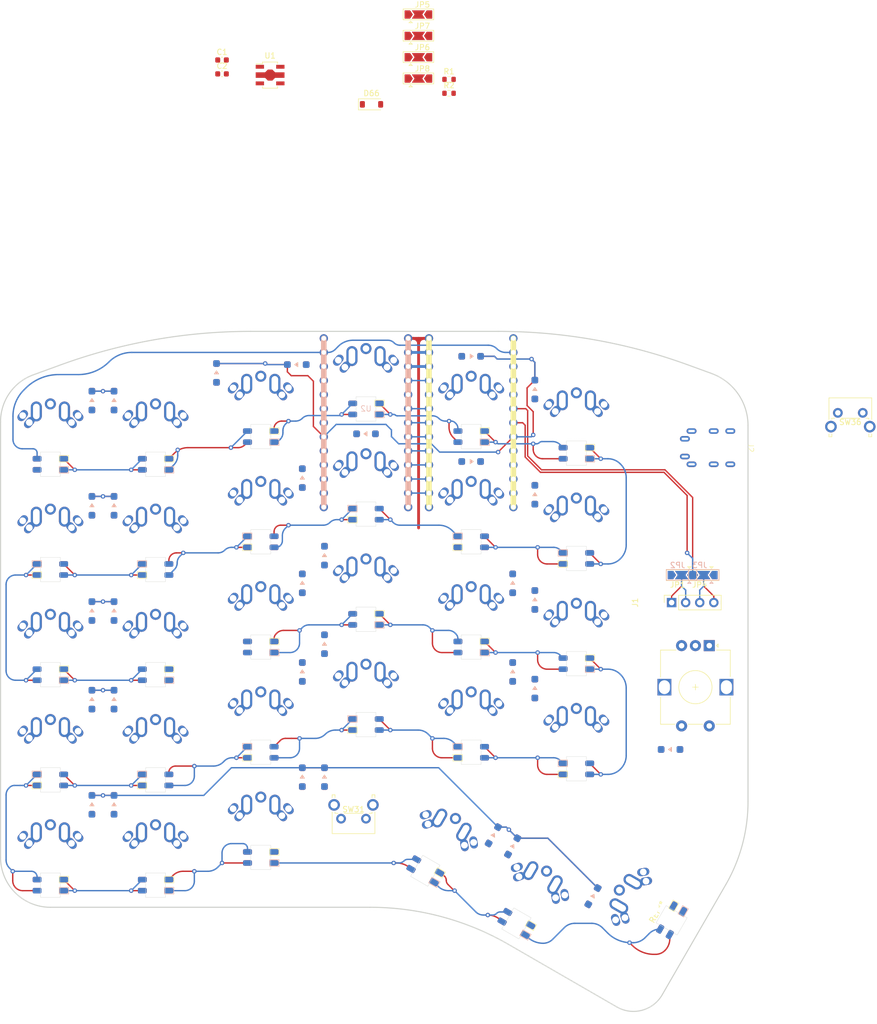
<source format=kicad_pcb>
(kicad_pcb (version 20221018) (generator pcbnew)
  (layers (0 "F.Cu" signal) (31 "B.Cu" signal) (34 "B.Paste" user) (35 "F.Paste" user) (36 "B.SilkS" user "B.Silkscreen") (37 "F.SilkS" user "F.Silkscreen") (38 "B.Mask" user) (39 "F.Mask" user) (44 "Edge.Cuts" user))
  (net 0 "")
  (net 1 "GND")
  (net 2 "/Bat+")
  (net 3 "Net-(D1-A)")
  (net 4 "Net-(D2-A)")
  (net 5 "Net-(D3-A)")
  (net 6 "Net-(D4-A)")
  (net 7 "Net-(D5-A)")
  (net 8 "Net-(D6-A)")
  (net 9 "Net-(D8-A)")
  (net 10 "Net-(D9-A)")
  (net 11 "Net-(D10-A)")
  (net 12 "Net-(D11-A)")
  (net 13 "Net-(D12-A)")
  (net 14 "Net-(D13-A)")
  (net 15 "/R0")
  (net 16 "Net-(D15-A)")
  (net 17 "Net-(D16-A)")
  (net 18 "Net-(D17-A)")
  (net 19 "Net-(D18-A)")
  (net 20 "Net-(D19-A)")
  (net 21 "Net-(D20-A)")
  (net 22 "Net-(D22-A)")
  (net 23 "Net-(D23-A)")
  (net 24 "Net-(D24-A)")
  (net 25 "Net-(D25-A)")
  (net 26 "Net-(D26-A)")
  (net 27 "Net-(D27-A)")
  (net 28 "Net-(D29-A)")
  (net 29 "Net-(D30-A)")
  (net 30 "Net-(D31-A)")
  (net 31 "Net-(D32-A)")
  (net 32 "Net-(D33-A)")
  (net 33 "Net-(D34-A)")
  (net 34 "Net-(D35-A)")
  (net 35 "/R1")
  (net 36 "/R2")
  (net 37 "/R3")
  (net 38 "/RE_S2")
  (net 39 "/R4")
  (net 40 "/SDA")
  (net 41 "/OLED1")
  (net 42 "/SCL")
  (net 43 "/OLED2")
  (net 44 "+3.3V")
  (net 45 "/OLED3")
  (net 46 "/OLED4")
  (net 47 "/C0")
  (net 48 "/C1")
  (net 49 "/C2")
  (net 50 "/C3")
  (net 51 "/C4")
  (net 52 "/C5")
  (net 53 "/C6")
  (net 54 "/RE_A")
  (net 55 "/RE_B")
  (net 56 "/Charging")
  (net 57 "Net-(D36-DOUT)")
  (net 58 "/LED")
  (net 59 "+5V")
  (net 60 "Net-(D37-DOUT)")
  (net 61 "Net-(D38-DOUT)")
  (net 62 "Net-(D39-DOUT)")
  (net 63 "Net-(D40-DOUT)")
  (net 64 "Net-(D41-DOUT)")
  (net 65 "Net-(D42-DOUT)")
  (net 66 "Net-(D43-DIN)")
  (net 67 "Net-(D44-DIN)")
  (net 68 "Net-(D45-DIN)")
  (net 69 "Net-(D46-DIN)")
  (net 70 "Net-(D50-DOUT)")
  (net 71 "Net-(D51-DOUT)")
  (net 72 "Net-(D52-DOUT)")
  (net 73 "Net-(D53-DOUT)")
  (net 74 "Net-(D54-DOUT)")
  (net 75 "Net-(D57-DIN)")
  (net 76 "Net-(D58-DIN)")
  (net 77 "Net-(D64-DOUT)")
  (net 78 "Net-(D42-DIN)")
  (net 79 "Net-(D48-DOUT)")
  (net 80 "Net-(D49-DOUT)")
  (net 81 "Net-(D54-DIN)")
  (net 82 "Net-(D55-DIN)")
  (net 83 "Net-(D56-DIN)")
  (net 84 "Net-(D61-DOUT)")
  (net 85 "Net-(D62-DOUT)")
  (net 86 "Net-(D63-DOUT)")
  (net 87 "Net-(D60-DOUT)")
  (net 89 "/data")
  (net 90 "+")
  (net 91 "-")
  (net 92 "Net-(JP8-A)")
  (net 93 "Net-(JP6-C)")
  (net 94 "Net-(JP6-A)")
  (net 95 "Net-(JP6-B)")
  (net 99 "/Reset")
  (footprint "Capacitor_SMD:C_0603_1608Metric" (layer "F.Cu") (at 126 -18.01)
    (fp_text reference "C1")
    (fp_text value "0.33u")
  )
  (footprint "Ultramarine-2:SOD-123_reversible" (layer "F.Cu") (at 171 35.5 -90)
    (fp_text reference "D5" hide)
    (fp_text value "D")
  )
  (footprint "Ultramarine-2:SK6812-mini_reversible" (layer "F.Cu") (at 95 131 180)
    (fp_text reference "D60" hide)
    (fp_text value "SK6812MINI")
    (fp_rect (start -1.8 -2.2) (end 1.8 2.2) (stroke (width 0.05)) (fill none) (layer "Edge.Cuts"))
  )
  (footprint "Ultramarine-2:MX-Kailh" (layer "F.Cu") (at 133 121)
    (fp_text reference "SW30" hide)
    (fp_text value "SW_Push" hide)
  )
  (footprint "Ultramarine-2:SOD-123_reversible" (layer "F.Cu") (at 175 122 -30)
    (fp_text reference "D33" hide)
    (fp_text value "D")
  )
  (footprint "Ultramarine-2:MX-Kailh" (layer "F.Cu") (at 95 88)
    (fp_text reference "SW15" hide)
    (fp_text value "SW_Push" hide)
  )
  (footprint "Ultramarine-2:SK6812-mini_reversible" (layer "F.Cu") (at 114 93 180)
    (fp_text reference "D49" hide)
    (fp_text value "SK6812MINI")
    (fp_rect (start -1.8 -2.2) (end 1.8 2.2) (stroke (width 0.05)) (fill none) (layer "Edge.Cuts"))
  )
  (footprint "Ultramarine-2:SK6812-mini_reversible" (layer "F.Cu") (at 190 91 180)
    (fp_text reference "D53" hide)
    (fp_text value "SK6812MINI")
    (fp_rect (start -1.8 -2.2) (end 1.8 2.2) (stroke (width 0.05)) (fill none) (layer "Edge.Cuts"))
  )
  (footprint "Ultramarine-2:SK6812-mini_reversible" (layer "F.Cu") (at 152 102)
    (fp_text reference "D57" hide)
    (fp_text value "SK6812MINI")
    (fp_rect (start -1.8 -2.2) (end 1.8 2.2) (stroke (width 0.05)) (fill none) (layer "Edge.Cuts"))
  )
  (footprint "Ultramarine-2:SOD-123_reversible" (layer "F.Cu") (at 178.5 124 -30)
    (fp_text reference "D34" hide)
    (fp_text value "D")
  )
  (footprint "Ultramarine-2:MX-Kailh" (layer "F.Cu") (at 114 50)
    (fp_text reference "SW2" hide)
    (fp_text value "SW_Push" hide)
  )
  (footprint "Ultramarine-2:SOD-123_reversible" (layer "F.Cu") (at 102.5 62.5)
    (fp_text reference "D8" hide)
    (fp_text value "D")
  )
  (footprint "Ultramarine-2:MX-Kailh" (layer "F.Cu") (at 95 50)
    (fp_text reference "SW1" hide)
    (fp_text value "SW_Push" hide)
  )
  (footprint "Ultramarine-2:MX-Kailh" (layer "F.Cu") (at 190 105)
    (fp_text reference "SW27" hide)
    (fp_text value "SW_Push" hide)
  )
  (footprint "Ultramarine-2:SOD-123_reversible" (layer "F.Cu") (at 140.5 111.5)
    (fp_text reference "D31" hide)
    (fp_text value "D")
  )
  (footprint "Ultramarine-2:SOD-123_reversible" (layer "F.Cu") (at 178.5 76.5)
    (fp_text reference "D19" hide)
    (fp_text value "D")
  )
  (footprint "Ultramarine-2:SK6812-mini_reversible" (layer "F.Cu") (at 171 50 180)
    (fp_text reference "D40" hide)
    (fp_text value "SK6812MINI")
    (fp_rect (start -1.8 -2.2) (end 1.8 2.2) (stroke (width 0.05)) (fill none) (layer "Edge.Cuts"))
  )
  (footprint "Ultramarine-2:MX-Kailh" (layer "F.Cu") (at 133 102)
    (fp_text reference "SW24" hide)
    (fp_text value "SW_Push" hide)
  )
  (footprint "Ultramarine-2:MJ-4PP-9" (layer "F.Cu") (at 221 52 -90)
    (fp_text reference "J2")
    (fp_text value "TRRS")
  )
  (footprint "Ultramarine-2:MX-Kailh" (layer "F.Cu") (at 95 69)
    (fp_text reference "SW8" hide)
    (fp_text value "SW_Push" hide)
  )
  (footprint "Button_Switch_THT:SW_Tactile_SPST_Angled_PTS645Vx58-2LFS" (layer "F.Cu") (at 237.225 45.7125)
    (fp_text reference "SW36")
    (fp_text value "Reset")
  )
  (footprint "Ultramarine-2:SK6812-mini_reversible" (layer "F.Cu") (at 114 74)
    (fp_text reference "D43" hide)
    (fp_text value "SK6812MINI")
    (fp_rect (start -1.8 -2.2) (end 1.8 2.2) (stroke (width 0.05)) (fill none) (layer "Edge.Cuts"))
  )
  (footprint "Ultramarine-2:MX-Kailh" (layer "F.Cu") (at 114 107)
    (fp_text reference "SW23" hide)
    (fp_text value "SW_Push" hide)
  )
  (footprint "Ultramarine-2:MX-Kailh" (layer "F.Cu") (at 171 45)
    (fp_text reference "SW5" hide)
    (fp_text value "SW_Push" hide)
  )
  (footprint "Ultramarine-2:MX-Kailh" (layer "F.Cu") (at 190 67)
    (fp_text reference "SW13" hide)
    (fp_text value "SW_Push" hide)
  )
  (footprint "Jumper:SolderJumper-3_P2.0mm_Open_TrianglePad1.0x1.5mm" (layer "F.Cu") (at 161.47 -18.51)
    (fp_text reference "JP6")
    (fp_text value "Batt.1")
  )
  (footprint "Ultramarine-2:SK6812-mini_reversible" (layer "F.Cu") (at 95 112)
    (fp_text reference "D54" hide)
    (fp_text value "SK6812MINI")
    (fp_rect (start -1.8 -2.2) (end 1.8 2.2) (stroke (width 0.05)) (fill none) (layer "Edge.Cuts"))
  )
  (footprint "Jumper:SolderJumper-3_P2.0mm_Open_TrianglePad1.0x1.5mm" (layer "F.Cu") (at 213 75 180)
    (fp_text reference "JP4")
    (fp_text value "OLED Jumper4")
  )
  (footprint "Ultramarine-2:SK6812-mini_reversible" (layer "F.Cu") (at 162.714 128.411 150)
    (fp_text reference "D63" hide)
    (fp_text value "SK6812MINI")
    (fp_rect (start -1.8 -2.2) (end 1.8 2.2) (stroke (width 0.05)) (fill none) (layer "Edge.Cuts"))
  )
  (footprint "Ultramarine-2:SOD-123_reversible" (layer "F.Cu") (at 182.5 41.5)
    (fp_text reference "D6" hide)
    (fp_text value "D")
  )
  (footprint "Ultramarine-2:MX-Kailh" (layer "F.Cu") (at 114 88)
    (fp_text reference "SW16" hide)
    (fp_text value "SW_Push" hide)
  )
  (footprint "Ultramarine-2:SK6812-mini_reversible" (layer "F.Cu") (at 133 69)
    (fp_text reference "D44" hide)
    (fp_text value "SK6812MINI")
    (fp_rect (start -1.8 -2.2) (end 1.8 2.2) (stroke (width 0.05)) (fill none) (layer "Edge.Cuts"))
  )
  (footprint "Ultramarine-2:SOD-123_reversible" (layer "F.Cu") (at 102.5 81.5)
    (fp_text reference "D15" hide)
    (fp_text value "D")
  )
  (footprint "Ultramarine-2:MX-Kailh" (layer "F.Cu") (at 133 45)
    (fp_text reference "SW3" hide)
    (fp_text value "SW_Push" hide)
  )
  (footprint "Ultramarine-2:SOD-123_reversible" (layer "F.Cu") (at 140.5 92.5)
    (fp_text reference "D24" hide)
    (fp_text value "D")
  )
  (footprint "Ultramarine-2:MX-Kailh" (layer "F.Cu") (at 165.214 124.081 -30)
    (fp_text reference "SW32" hide)
    (fp_text value "SW_Push" hide)
  )
  (footprint "Resistor_SMD:R_0603_1608Metric" (layer "F.Cu") (at 167 -12)
    (fp_text reference "R2")
    (fp_text value "10K")
  )
  (footprint "Diode_SMD:D_SOD-123" (layer "F.Cu") (at 153 -10)
    (fp_text reference "D66")
    (fp_text value "D")
  )
  (footprint "Ultramarine-2:SOD-123_reversible" (layer "F.Cu") (at 106.5 116.5)
    (fp_text reference "D30" hide)
    (fp_text value "D")
  )
  (footprint "Ultramarine-2:SK6812-mini_reversible" (layer "F.Cu") (at 95 74)
    (fp_text reference "D42" hide)
    (fp_text value "SK6812MINI")
    (fp_rect (start -1.8 -2.2) (end 1.8 2.2) (stroke (width 0.05)) (fill none) (layer "Edge.Cuts"))
  )
  (footprint "Ultramarine-2:MX-Kailh" (layer "F.Cu") (at 152 40)
    (fp_text reference "SW4" hide)
    (fp_text value "SW_Push" hide)
  )
  (footprint "Ultramarine-2:MX-Kailh" (layer "F.Cu") (at 95 126)
    (fp_text reference "SW28" hide)
    (fp_text value "SW_Push" hide)
  )
  (footprint "Ultramarine-2:SK6812-mini_reversible" (layer "F.Cu") (at 152 45 180)
    (fp_text reference "D39" hide)
    (fp_text value "SK6812MINI")
    (fp_rect (start -1.8 -2.2) (end 1.8 2.2) (stroke (width 0.05)) (fill none) (layer "Edge.Cuts"))
  )
  (footprint "Ultramarine-2:SK6812-mini_reversible" (layer "F.Cu") (at 152 64)
    (fp_text reference "D45" hide)
    (fp_text value "SK6812MINI")
    (fp_rect (start -1.8 -2.2) (end 1.8 2.2) (stroke (width 0.05)) (fill none) (layer "Edge.Cuts"))
  )
  (footprint "Ultramarine-2:SOD-123_reversible" (layer "F.Cu") (at 125 38.5)
    (fp_text reference "D3" hide)
    (fp_text value "D")
  )
  (footprint "Ultramarine-2:MX-Kailh" (layer "F.Cu") (at 171 102)
    (fp_text reference "SW26" hide)
    (fp_text value "SW_Push" hide)
  )
  (footprint "Ultramarine-2:SK6812-mini_reversible" (layer "F.Cu") (at 133 88 180)
    (fp_text reference "D50" hide)
    (fp_text value "SK6812MINI")
    (fp_rect (start -1.8 -2.2) (end 1.8 2.2) (stroke (width 0.05)) (fill none) (layer "Edge.Cuts"))
  )
  (footprint "Package_TO_SOT_SMD:SOT-89-5" (layer "F.Cu") (at 134.6825 -15.285)
    (fp_text reference "U1")
    (fp_text value "~")
  )
  (footprint "Ultramarine-2:SK6812-mini_reversible" (layer "F.Cu") (at 114 55 180)
    (fp_text reference "D37" hide)
    (fp_text value "SK6812MINI")
    (fp_rect (start -1.8 -2.2) (end 1.8 2.2) (stroke (width 0.05)) (fill none) (layer "Edge.Cuts"))
  )
  (footprint "Ultramarine-2:SOD-123_reversible" (layer "F.Cu") (at 152 49.5 90)
    (fp_text reference "D11" hide)
    (fp_text value "D")
  )
  (footprint "Ultramarine-2:MX-Kailh" (layer "F.Cu") (at 181.669 133.581 -30)
    (fp_text reference "SW33" hide)
    (fp_text value "SW_Push" hide)
  )
  (footprint "Ultramarine-2:SOD-123_reversible" (layer "F.Cu") (at 182.5 79.5)
    (fp_text reference "D20" hide)
    (fp_text value "D")
  )
  (footprint "Ultramarine-2:MX-Kailh" (layer "F.Cu") (at 95 107)
    (fp_text reference "SW22" hide)
    (fp_text value "SW_Push" hide)
  )
  (footprint "Ultramarine-2:SOD-123_reversible" (layer "F.Cu") (at 139.5 37 90)
    (fp_text reference "D4" hide)
    (fp_text value "D")
  )
  (footprint "Ultramarine-2:SOD-123_reversible" (layer "F.Cu") (at 182.5 95.5)
    (fp_text reference "D27" hide)
    (fp_text value "D")
  )
  (footprint "Ultramarine-2:SOD-123_reversible" (layer "F.Cu") (at 106.5 81.5)
    (fp_text reference "D16" hide)
    (fp_text value "D")
  )
  (footprint "Jumper:SolderJumper-3_P2.0mm_Open_TrianglePad1.0x1.5mm" (layer "F.Cu") (at 161.47 -26.22)
    (fp_text reference "JP5")
    (fp_text value "Power1")
  )
  (footprint "Jumper:SolderJumper-3_P2.0mm_Open_TrianglePad1.0x1.5mm" (layer "F.Cu") (at 209 75 180)
    (fp_text reference "JP1")
    (fp_text value "OLED Jumper1")
  )
  (footprint "Ultramarine-2:SOD-123_reversible" (layer "F.Cu") (at 106.5 43.5)
    (fp_text reference "D2" hide)
    (fp_text value "D")
  )
  (footprint "Ultramarine-2:SK6812-mini_reversible" (layer "F.Cu") (at 190 53 180)
    (fp_text reference "D41" hide)
    (fp_text value "SK6812MINI")
    (fp_rect (start -1.8 -2.2) (end 1.8 2.2) (stroke (width 0.05)) (fill none) (layer "Edge.Cuts"))
  )
  (footprint "Ultramarine-2:MX-Kailh" (layer "F.Cu") (at 114 69)
    (fp_text reference "SW9" hide)
    (fp_text value "SW_Push" hide)
  )
  (footprint "Ultramarine-2:SK6812-mini_reversible" (layer "F.Cu") (at 171 69)
    (fp_text reference "D46" hide)
    (fp_text value "SK6812MINI")
    (fp_rect (start -1.8 -2.2) (end 1.8 2.2) (stroke (width 0.05)) (fill none) (layer "Edge.Cuts"))
  )
  (footprint "Ultramarine-2:SK6812-mini_reversible" (layer "F.Cu") (at 207.203 137.354 -120)
    (fp_text reference "D65" hide)
    (fp_text value "SK6812MINI")
    (fp_rect (start -1.8 -2.2) (end 1.8 2.2) (stroke (width 0.05)) (fill none) (layer "Edge.Cuts"))
  )
  (footprint "Resistor_SMD:R_0603_1608Metric" (layer "F.Cu") (at 167 -14.51)
    (fp_text reference "R1")
    (fp_text value "10K")
  )
  (footprint "Ultramarine-2:SK6812-mini_reversible" (layer "F.Cu") (at 190 110)
    (fp_text reference "D59" hide)
    (fp_text value "SK6812MINI")
    (fp_rect (start -1.8 -2.2) (end 1.8 2.2) (stroke (width 0.05)) (fill none) (layer "Edge.Cuts"))
  )
  (footprint "Capacitor_SMD:C_0603_1608Metric" (layer "F.Cu") (at 126 -15.5)
    (fp_text reference "C2")
    (fp_text value "2.2u")
  )
  (footprint "Ultramarine-2:MX-Kailh" (layer "F.Cu") (at 152 97)
    (fp_text reference "SW25" hide)
    (fp_text value "SW_Push" hide)
  )
  (footprint "Ultramarine-2:SK6812-mini_reversible" (layer "F.Cu") (at 171 107)
    (fp_text reference "D58" hide)
    (fp_text value "SK6812MINI")
    (fp_rect (start -1.8 -2.2) (end 1.8 2.2) (stroke (width 0.05)) (fill none) (layer "Edge.Cuts"))
  )
  (footprint "Ultramarine-2:SK6812-mini_reversible" (layer "F.Cu") (at 133 126 180)
    (fp_text reference "D62" hide)
    (fp_text value "SK6812MINI")
    (fp_rect (start -1.8 -2.2) (end 1.8 2.2) (stroke (width 0.05)) (fill none) (layer "Edge.Cuts"))
  )
  (footprint "Connector_PinSocket_2.54mm:PinSocket_1x04_P2.54mm_Vertical" (layer "F.Cu") (at 207.2 79.975 90)
    (fp_text reference "J1")
    (fp_text value "OLED")
  )
  (footprint "Ultramarine-2:SOD-123_reversible" (layer "F.Cu") (at 144.5 71.5)
    (fp_text reference "D18" hide)
    (fp_text value "D")
  )
  (footprint "Ultramarine-2:MX-Kailh" (layer "F.Cu") (at 133 64)
    (fp_text reference "SW10" hide)
    (fp_text value "SW_Push" hide)
  )
  (footprint "Ultramarine-2:SOD-123_reversible" (layer "F.Cu") (at 140.5 76.5)
    (fp_text reference "D17" hide)
    (fp_text value "D")
  )
  (footprint "Ultramarine-2:SK6812-mini_reversible" (layer "F.Cu") (at 114 131 180)
    (fp_text reference "D61" hide)
    (fp_text value "SK6812MINI")
    (fp_rect (start -1.8 -2.2) (end 1.8 2.2) (stroke (width 0.05)) (fill none) (layer "Edge.Cuts"))
  )
  (footprint "Button_Switch_THT:SW_Tactile_SPST_Angled_PTS645Vx58-2LFS" (layer "F.Cu") (at 152 119 180)
    (fp_text reference "SW31")
    (fp_text value "Extra")
  )
  (footprint "Ultramarine-2:MX-Kailh" (layer "F.Cu") (at 202.873 134.854 60)
    (fp_text reference "SW34" hide)
    (fp_text value "SW_Push" hide)
  )
  (footprint "Ultramarine-2:SOD-123_reversible" (layer "F.Cu") (at 106.5 97.5)
    (fp_text reference "D23" hide)
    (fp_text value "D")
  )
  (footprint "Rotary_Encoder:RotaryEncoder_Alps_EC12E-Switch_Vertical_H20mm" (layer "F.Cu") (at 214 87.75 -90)
    (fp_text reference "SW35" hide)
    (fp_text value "RotaryEncoder_Switch")
  )
  (footprint "PCM_Mounting_Keyboard_Stabilizer:Stabilizer_Cherry_MX_2.00u" (layer "F.Cu") (at 202.873 134.854 -120)
    (fp_text reference "REF**")
    (fp_text value "Stabilizer_Cherry_MX_2.00u")
  )
  (footprint "Ultramarine-2:MX-Kailh" (layer "F.Cu") (at 171 64)
    (fp_text reference "SW12" hide)
    (fp_text value "SW_Push" hide)
  )
  (footprint "Ultramarine-2:BLE Micro Pro" (layer "F.Cu") (at 171 47.5)
    (fp_text reference "U3")
    (fp_text value "~")
  )
  (footprint "Ultramarine-2:MX-Kailh" (layer "F.Cu") (at 133 83)
    (fp_text reference "SW17" hide)
    (fp_text value "SW_Push" hide)
  )
  (footprint "Ultramarine-2:SK6812-mini_reversible" (layer "F.Cu") (at 133 50 180)
    (fp_text reference "D38" hide)
    (fp_text value "SK6812MINI")
    (fp_rect (start -1.8 -2.2) (end 1.8 2.2) (stroke (width 0.05)) (fill none) (layer "Edge.Cuts"))
  )
  (footprint "Ultramarine-2:MX-Kailh" (layer "F.Cu") (at 152 78)
    (fp_text reference "SW18" hide)
    (fp_text value "SW_Push" hide)
  )
  (footprint "Ultramarine-2:SOD-123_reversible" (layer "F.Cu") (at 193 133 -30)
    (fp_text reference "D35" hide)
    (fp_text value "D")
  )
  (footprint "Ultramarine-2:SK6812-mini_reversible" (layer "F.Cu") (at 95 93 180)
    (fp_text reference "D48" hide)
    (fp_text value "SK6812MINI")
    (fp_rect (start -1.8 -2.2) (end 1.8 2.2) (stroke (width 0.05)) (fill none) (layer "Edge.Cuts"))
  )
  (footprint "Ultramarine-2:SK6812-mini_reversible" (layer "F.Cu") (at 114 112)
    (fp_text reference "D55" hide)
    (fp_text value "SK6812MINI")
    (fp_rect (start -1.8 -2.2) (end 1.8 2.2) (stroke (width 0.05)) (fill none) (layer "Edge.Cuts"))
  )
  (footprint "Ultramarine-2:MX-Kailh" (layer "F.Cu") (at 190 48)
    (fp_text reference "SW6" hide)
    (fp_text value "SW_Push" hide)
  )
  (footprint "Ultramarine-2:SK6812-mini_reversible" (layer "F.Cu") (at 179.169 137.911 150)
    (fp_text reference "D64" hide)
    (fp_text value "SK6812MINI")
    (fp_rect (start -1.8 -2.2) (end 1.8 2.2) (stroke (width 0.05)) (fill none) (layer "Edge.Cuts"))
  )
  (footprint "Ultramarine-2:SOD-123_reversible" (layer "F.Cu") (at 182.5 60.5)
    (fp_text reference "D13" hide)
    (fp_text value "D")
  )
  (footprint "Ultramarine-2:SOD-123_reversible" (layer "F.Cu") (at 140.5 57.5)
    (fp_text reference "D10" hide)
    (fp_text value "D")
  )
  (footprint "Ultramarine-2:SK6812-mini_reversible" (layer "F.Cu") (at 95 55 180)
    (fp_text reference "D36" hide)
    (fp_text value "SK6812MINI")
    (fp_rect (start -1.8 -2.2) (end 1.8 2.2) (stroke (width 0.05)) (fill none) (layer "Edge.Cuts"))
  )
  (footprint "Ultramarine-2:SOD-123_reversible" (layer "F.Cu") (at 102.5 43.5)
    (fp_text reference "D1" hide)
    (fp_text value "D")
  )
  (footprint "Ultramarine-2:SOD-123_reversible" (layer "F.Cu") (at 102.5 116.5)
    (fp_text reference "D29" hide)
    (fp_text value "D")
  )
  (footprint "Ultramarine-2:MX-Kailh" (layer "F.Cu") (at 190 86)
    (fp_text reference "SW20" hide)
    (fp_text value "SW_Push" hide)
  )
  (footprint "Ultramarine-2:SK6812-mini_reversible" (layer "F.Cu") (at 152 83 180)
    (fp_text reference "D51" hide)
    (fp_text value "SK6812MINI")
    (fp_rect (start -1.8 -2.2) (end 1.8 2.2) (stroke (width 0.05)) (fill none) (layer "Edge.Cuts"))
  )
  (footprint "Ultramarine-2:SOD-123_reversible" (layer "F.Cu") (at 102.5 97.5)
    (fp_text reference "D22" hide)
    (fp_text value "D")
  )
  (footprint "Ultramarine-2:SOD-123_reversible" (layer "F.Cu") (at 144.5 111.5)
    (fp_text reference "D32" hide)
    (fp_text value "D")
  )
  (footprint "Ultramarine-2:SOD-123_reversible" (layer "F.Cu") (at 171 54.5 -90)
    (fp_text reference "D12" hide)
    (fp_text value "D")
  )
  (footprint "Ultramarine-2:SK6812-mini_reversible" (layer "F.Cu") (at 133 107)
    (fp_text reference "D56" hide)
    (fp_text value "SK6812MINI")
    (fp_rect (start -1.8 -2.2) (end 1.8 2.2) (stroke (width 0.05)) (fill none) (layer "Edge.Cuts"))
  )
  (footprint "Ultramarine-2:SOD-123_reversible" (layer "F.Cu") (at 178.5 92.5)
    (fp_text reference "D26" hide)
    (fp_text value "D")
  )
  (footprint "Jumper:SolderJumper-3_P2.0mm_Open_TrianglePad1.0x1.5mm" (layer "F.Cu") (at 161.47 -14.655)
    (fp_text reference "JP8")
    (fp_text value "Batt.2")
  )
  (footprint "Ultramarine-2:MX-Kailh" (layer "F.Cu") (at 152 59)
    (fp_text reference "SW11" hide)
    (fp_text value "SW_Push" hide)
  )
  (footprint "Jumper:SolderJumper-3_P2.0mm_Open_TrianglePad1.0x1.5mm" (layer "F.Cu") (at 161.47 -22.365)
    (fp_text reference "JP7")
    (fp_text value "Power1")
  )
  (footprint "Ultramarine-2:SK6812-mini_reversible" (layer "F.Cu") (at 171 88 180)
    (fp_text reference "D52" hide)
    (fp_text value "SK6812MINI")
    (fp_rect (start -1.8 -2.2) (end 1.8 2.2) (stroke (width 0.05)) (fill none) (layer "Edge.Cuts"))
  )
  (footprint "Ultramarine-2:SOD-123_reversible" (layer "F.Cu") (at 106.5 62.5)
    (fp_text reference "D9" hide)
    (fp_text value "D")
  )
  (footprint "Ultramarine-2:SOD-123_reversible" (layer "F.Cu") (at 207 106.5 90)
    (fp_text reference "D28" hide)
    (fp_text value "D")
  )
  (footprint "Ultramarine-2:MX-Kailh" (layer "F.Cu") (at 171 83)
    (fp_text reference "SW19" hide)
    (fp_text value "SW_Push" hide)
  )
  (footprint "Ultramarine-2:MX-Kailh" (layer "F.Cu") (at 114 126)
    (fp_text reference "SW29" hide)
    (fp_text value "SW_Push" hide)
  )
  (footprint "Ultramarine-2:SK6812-mini_reversible" (layer "F.Cu") (at 190 72)
    (fp_text reference "D47" hide)
    (fp_text value "SK6812MINI")
    (fp_rect (start -1.8 -2.2) (end 1.8 2.2) (stroke (width 0.05)) (fill none) (layer "Edge.Cuts"))
  )
  (footprint "Ultramarine-2:SOD-123_reversible" (layer "F.Cu") (at 144.5 87.5)
    (fp_text reference "D25" hide)
    (fp_text value "D")
  )
  (footprint "Jumper:SolderJumper-3_P2.0mm_Open_TrianglePad1.0x1.5mm" (layer "B.Cu") (at 209 75 180)
    (fp_text reference "JP2")
    (fp_text value "OLED Jumper2")
  )
  (footprint "Ultramarine-2:BLE Micro Pro" (layer "B.Cu") (at 152 47.5 180)
    (fp_text reference "U2")
    (fp_text value "~")
  )
  (footprint "Jumper:SolderJumper-3_P2.0mm_Open_TrianglePad1.0x1.5mm" (layer "B.Cu") (at 213 75 180)
    (fp_text reference "JP3")
    (fp_text value "OLED Jumper3")
  )
  (gr_arc (start 152.729473 135) (mid 165.670425 136.703709) (end 177.729473 141.69873) (stroke (width 0.2)) (layer "Edge.Cuts"))
  (gr_arc (start 175.892528 31) (mid 193.257346 32.519224) (end 210.094542 37.030738) (stroke (width 0.2)) (layer "Edge.Cuts"))
  (gr_line (start 95 135) (end 152.729473 135) (stroke (width 0.2)) (layer "Edge.Cuts"))
  (gr_arc (start 214.420201 38.605149) (mid 219.191522 42.26631) (end 221 48.002075) (stroke (width 0.2)) (layer "Edge.Cuts"))
  (gr_line (start 86 47.301868) (end 86 126) (stroke (width 0.2)) (layer "Edge.Cuts"))
  (gr_line (start 96.905458 37.030738) (end 91.921819 38.844634) (stroke (width 0.2)) (layer "Edge.Cuts"))
  (gr_arc (start 86 47.301868) (mid 87.627632 42.13968) (end 91.921819 38.844634) (stroke (width 0.2)) (layer "Edge.Cuts"))
  (gr_arc (start 221 115.918584) (mid 219.977779 123.683157) (end 216.980762 130.918584) (stroke (width 0.2)) (layer "Edge.Cuts"))
  (gr_line (start 175.892528 31) (end 131.107472 31) (stroke (width 0.2)) (layer "Edge.Cuts"))
  (gr_line (start 205.5 150.803848) (end 216.980762 130.918584) (stroke (width 0.2)) (layer "Edge.Cuts"))
  (gr_arc (start 96.905458 37.030738) (mid 113.742654 32.519225) (end 131.107472 31) (stroke (width 0.2)) (layer "Edge.Cuts"))
  (gr_arc (start 205.5 150.803848) (mid 201.856762 153.599402) (end 197.303848 153) (stroke (width 0.2)) (layer "Edge.Cuts"))
  (gr_line (start 221 115.918584) (end 221 48.002075) (stroke (width 0.2)) (layer "Edge.Cuts"))
  (gr_arc (start 95 135) (mid 88.636039 132.363961) (end 86 126) (stroke (width 0.2)) (layer "Edge.Cuts"))
  (gr_line (start 214.420201 38.605149) (end 210.094542 37.030738) (stroke (width 0.2)) (layer "Edge.Cuts"))
  (gr_line (start 177.729473 141.69873) (end 197.303848 153) (stroke (width 0.2)) (layer "Edge.Cuts"))
  (segment (start 159.62 37.34) (end 163.38 37.34) (width 0.5) (layer "B.Cu") (net 1))
  (segment (start 161.5 32.26) (end 161.5 33.5) (width 0.5) (layer "F.Cu") (net 2))
  (segment (start 161.5 33.5) (end 161.5 33.26) (width 0.5) (layer "F.Cu") (net 2))
  (segment (start 161.5 32.26) (end 163.38 32.26) (width 0.5) (layer "F.Cu") (net 2))
  (segment (start 163.38 32.26) (end 162.5 32.26) (width 0.5) (layer "F.Cu") (net 2))
  (segment (start 161.5 33.5) (end 161.5 66.5) (width 0.5) (layer "F.Cu") (net 2))
  (segment (start 159.62 32.26) (end 160.5 32.26) (width 0.5) (layer "F.Cu") (net 2))
  (segment (start 160.5 32.26) (end 161.5 32.26) (width 0.5) (layer "F.Cu") (net 2))
  (arc (start 162.5 32.26) (mid 161.792893 32.552893) (end 161.5 33.26) (width 0.5) (layer "F.Cu") (net 2))
  (arc (start 161.5 33.26) (mid 161.207107 32.552893) (end 160.5 32.26) (width 0.5) (layer "F.Cu") (net 2))
  (segment (start 141.5 39) (end 142.5 40) (width 0.25) (layer "F.Cu") (net 15))
  (segment (start 182.5 36.6) (end 181.9 36) (width 0.25) (layer "F.Cu") (net 15))
  (segment (start 182.2 49.7) (end 182.2 45.5) (width 0.25) (layer "F.Cu") (net 15))
  (segment (start 137.8 37) (end 137.8 38.3) (width 0.25) (layer "F.Cu") (net 15))
  (segment (start 182.2 45.5) (end 181.1 44.4) (width 0.25) (layer "F.Cu") (net 15))
  (segment (start 142.5 48.16) (end 144.38 50.04) (width 0.25) (layer "F.Cu") (net 15))
  (segment (start 175.7 36) (end 175.2 35.5) (width 0.25) (layer "F.Cu") (net 15))
  (segment (start 137.8 38.3) (end 138.5 39) (width 0.25) (layer "F.Cu") (net 15))
  (segment (start 106.5 41.8) (end 102.5 41.8) (width 0.25) (layer "F.Cu") (net 15))
  (segment (start 175.2 35.5) (end 172.7 35.5) (width 0.25) (layer "F.Cu") (net 15))
  (segment (start 181.1 41.2) (end 182.5 39.8) (width 0.25) (layer "F.Cu") (net 15))
  (segment (start 181.9 36) (end 175.7 36) (width 0.25) (layer "F.Cu") (net 15))
  (segment (start 138.5 39) (end 141.5 39) (width 0.25) (layer "F.Cu") (net 15))
  (segment (start 182.5 39.8) (end 182.5 36.6) (width 0.25) (layer "F.Cu") (net 15))
  (segment (start 125 36.8) (end 133.8 36.8) (width 0.25) (layer "F.Cu") (net 15))
  (segment (start 133.8 36.8) (end 134 37) (width 0.25) (layer "F.Cu") (net 15))
  (segment (start 142.5 40) (end 142.5 48.16) (width 0.25) (layer "F.Cu") (net 15))
  (segment (start 134 37) (end 137.8 37) (width 0.25) (layer "F.Cu") (net 15))
  (segment (start 175.86 52.8) (end 178.62 50.04) (width 0.25) (layer "F.Cu") (net 15))
  (segment (start 181.1 44.4) (end 181.1 41.2) (width 0.25) (layer "F.Cu") (net 15))
  (via (at 104.5 41.8) (size 0.8) (drill 0.4) (layers "F.Cu" "B.Cu") (net 15))
  (via (at 181.9 36) (size 0.8) (drill 0.4) (layers "F.Cu" "B.Cu") (net 15))
  (via (at 133.8 36.8) (size 0.8) (drill 0.4) (layers "F.Cu" "B.Cu") (net 15))
  (via (at 182.2 49.7) (size 0.8) (drill 0.4) (layers "F.Cu" "B.Cu") (net 15))
  (via (at 175.86 52.8) (size 0.8) (drill 0.4) (layers "F.Cu" "B.Cu") (net 15))
  (segment (start 155.6 47.8) (end 146.62 47.8) (width 0.25) (layer "B.Cu") (net 15))
  (segment (start 157.9 51.3) (end 156.6 50) (width 0.25) (layer "B.Cu") (net 15))
  (segment (start 178.62 50.04) (end 181.86 50.04) (width 0.25) (layer "B.Cu") (net 15))
  (segment (start 165.3 52.8) (end 163.8 51.3) (width 0.25) (layer "B.Cu") (net 15))
  (segment (start 181.9 36) (end 182.5 36.6) (width 0.25) (layer "B.Cu") (net 15))
  (segment (start 175.86 52.8) (end 165.3 52.8) (width 0.25) (layer "B.Cu") (net 15))
  (segment (start 181.86 50.04) (end 182.2 49.7) (width 0.25) (layer "B.Cu") (net 15))
  (segment (start 182.5 36.6) (end 182.5 39.8) (width 0.25) (layer "B.Cu") (net 15))
  (segment (start 102.5 41.8) (end 106.5 41.8) (width 0.25) (layer "B.Cu") (net 15))
  (segment (start 134 37) (end 137.8 37) (width 0.25) (layer "B.Cu") (net 15))
  (segment (start 172.7 35.5) (end 175.2 35.5) (width 0.25) (layer "B.Cu") (net 15))
  (segment (start 125 36.8) (end 133.8 36.8) (width 0.25) (layer "B.Cu") (net 15))
  (segment (start 156.6 48.8) (end 155.6 47.8) (width 0.25) (layer "B.Cu") (net 15))
  (segment (start 146.62 47.8) (end 144.38 50.04) (width 0.25) (layer "B.Cu") (net 15))
  (segment (start 175.2 35.5) (end 175.7 36) (width 0.25) (layer "B.Cu") (net 15))
  (segment (start 133.8 36.8) (end 134 37) (width 0.25) (layer "B.Cu") (net 15))
  (segment (start 156.6 50) (end 156.6 48.8) (width 0.25) (layer "B.Cu") (net 15))
  (segment (start 175.7 36) (end 181.9 36) (width 0.25) (layer "B.Cu") (net 15))
  (segment (start 163.8 51.3) (end 157.9 51.3) (width 0.25) (layer "B.Cu") (net 15))
  (segment (start 102.5 60.8) (end 106.5 60.8) (width 0.25) (layer "F.Cu") (net 35))
  (via (at 104.5 60.8) (size 0.8) (drill 0.4) (layers "F.Cu" "B.Cu") (net 35))
  (segment (start 106.5 60.8) (end 102.5 60.8) (width 0.25) (layer "B.Cu") (net 35))
  (segment (start 102.5 79.8) (end 106.5 79.8) (width 0.25) (layer "F.Cu") (net 36))
  (via (at 104.5 79.8) (size 0.8) (drill 0.4) (layers "F.Cu" "B.Cu") (net 36))
  (segment (start 102.5 79.8) (end 106.5 79.8) (width 0.25) (layer "B.Cu") (net 36))
  (segment (start 102.5 95.8) (end 106.5 95.8) (width 0.25) (layer "F.Cu") (net 37))
  (via (at 104.5 95.8) (size 0.8) (drill 0.4) (layers "F.Cu" "B.Cu") (net 37))
  (segment (start 102.5 95.8) (end 106.5 95.8) (width 0.25) (layer "B.Cu") (net 37))
  (segment (start 179.35 122.527757) (end 184.85 122.527757) (width 0.25) (layer "F.Cu") (net 39))
  (segment (start 178.011122 121.188878) (end 177.811122 120.988878) (width 0.25) (layer "F.Cu") (net 39))
  (segment (start 184.85 122.527757) (end 193.85 131.527757) (width 0.25) (layer "F.Cu") (net 39))
  (segment (start 102.5 114.8) (end 106.5 114.8) (width 0.25) (layer "F.Cu") (net 39))
  (segment (start 175.85 120.527757) (end 177.35 120.527757) (width 0.25) (layer "F.Cu") (net 39))
  (segment (start 178.011122 121.188878) (end 179.35 122.527757) (width 0.25) (layer "F.Cu") (net 39))
  (segment (start 177.35 120.527757) (end 177.811122 120.988878) (width 0.25) (layer "F.Cu") (net 39))
  (segment (start 140.5 109.8) (end 144.5 109.8) (width 0.25) (layer "F.Cu") (net 39))
  (via (at 177.811122 120.988878) (size 0.8) (drill 0.4) (layers "F.Cu" "B.Cu") (net 39))
  (via (at 104.5 114.8) (size 0.8) (drill 0.4) (layers "F.Cu" "B.Cu") (net 39))
  (segment (start 177.35 120.527757) (end 179.35 122.527757) (width 0.25) (layer "B.Cu") (net 39))
  (segment (start 165.122243 109.8) (end 175.85 120.527757) (width 0.25) (layer "B.Cu") (net 39))
  (segment (start 175.85 120.527757) (end 177.35 120.527757) (width 0.25) (layer "B.Cu") (net 39))
  (segment (start 122.7 114.8) (end 127.7 109.8) (width 0.25) (layer "B.Cu") (net 39))
  (segment (start 102.5 114.8) (end 106.5 114.8) (width 0.25) (layer "B.Cu") (net 39))
  (segment (start 127.7 109.8) (end 140.5 109.8) (width 0.25) (layer "B.Cu") (net 39))
  (segment (start 184.85 122.527757) (end 193.85 131.527757) (width 0.25) (layer "B.Cu") (net 39))
  (segment (start 140.5 109.8) (end 144.5 109.8) (width 0.25) (layer "B.Cu") (net 39))
  (segment (start 179.35 122.527757) (end 184.85 122.527757) (width 0.25) (layer "B.Cu") (net 39))
  (segment (start 106.5 114.8) (end 122.7 114.8) (width 0.25) (layer "B.Cu") (net 39))
  (segment (start 144.5 109.8) (end 165.122243 109.8) (width 0.25) (layer "B.Cu") (net 39))
  (segment (start 180.86 44.96) (end 178.62 44.96) (width 0.25) (layer "F.Cu") (net 40))
  (segment (start 183.7 56) (end 181.2 53.5) (width 0.25) (layer "F.Cu") (net 40))
  (segment (start 181.2 45.3) (end 180.86 44.96) (width 0.25) (layer "F.Cu") (net 40))
  (segment (start 206 56) (end 183.7 56) (width 0.25) (layer "F.Cu") (net 40))
  (segment (start 211 61) (end 206 56) (width 0.25) (layer "F.Cu") (net 40))
  (segment (start 211 75) (end 211 61) (width 0.25) (layer "F.Cu") (net 40))
  (segment (start 181.2 53.5) (end 181.2 45.3) (width 0.25) (layer "F.Cu") (net 40))
  (segment (start 209 75) (end 209 77) (width 0.25) (layer "F.Cu") (net 41))
  (segment (start 207.2 78.8) (end 207.2 79.975) (width 0.25) (layer "F.Cu") (net 41))
  (segment (start 209 77) (end 207.2 78.8) (width 0.25) (layer "F.Cu") (net 41))
  (segment (start 210 71) (end 210 60.636396) (width 0.25) (layer "F.Cu") (net 42))
  (segment (start 180.3 47.5) (end 178.62 47.5) (width 0.25) (layer "F.Cu") (net 42))
  (segment (start 210 60.636396) (end 205.813604 56.45) (width 0.25) (layer "F.Cu") (net 42))
  (segment (start 183.513604 56.45) (end 180.75 53.686396) (width 0.25) (layer "F.Cu") (net 42))
  (segment (start 180.75 47.95) (end 180.3 47.5) (width 0.25) (layer "F.Cu") (net 42))
  (segment (start 180.75 53.686396) (end 180.75 47.95) (width 0.25) (layer "F.Cu") (net 42))
  (segment (start 205.813604 56.45) (end 183.513604 56.45) (width 0.25) (layer "F.Cu") (net 42))
  (via (at 210 71) (size 0.8) (drill 0.4) (layers "F.Cu" "B.Cu") (net 42))
  (segment (start 210 71) (end 211 72) (width 0.25) (layer "B.Cu") (net 42))
  (segment (start 211 72) (end 211 75) (width 0.25) (layer "B.Cu") (net 42))
  (segment (start 209.74 77.74) (end 209.74 79.975) (width 0.25) (layer "B.Cu") (net 43))
  (segment (start 209 75) (end 209 77) (width 0.25) (layer "B.Cu") (net 43))
  (segment (start 209 77) (end 209.74 77.74) (width 0.25) (layer "B.Cu") (net 43))
  (segment (start 213 77) (end 212.28 77.72) (width 0.25) (layer "B.Cu") (net 45))
  (segment (start 213 75) (end 213 77) (width 0.25) (layer "B.Cu") (net 45))
  (segment (start 212.28 77.72) (end 212.28 79.975) (width 0.25) (layer "B.Cu") (net 45))
  (segment (start 213 75) (end 213 77) (width 0.25) (layer "F.Cu") (net 46))
  (segment (start 213 77) (end 214.82 78.82) (width 0.25) (layer "F.Cu") (net 46))
  (segment (start 214.82 78.82) (end 214.82 79.975) (width 0.25) (layer "F.Cu") (net 46))
  (segment (start 159.62 44.96) (end 163.38 44.96) (width 0.25) (layer "B.Cu") (net 47))
  (segment (start 159.62 47.5) (end 163.38 47.5) (width 0.25) (layer "B.Cu") (net 48))
  (segment (start 159.62 50.04) (end 163.38 50.04) (width 0.25) (layer "B.Cu") (net 49))
  (segment (start 159.62 52.58) (end 163.38 52.58) (width 0.25) (layer "B.Cu") (net 50))
  (segment (start 159.62 55.12) (end 163.38 55.12) (width 0.25) (layer "B.Cu") (net 51))
  (segment (start 159.62 57.66) (end 163.38 57.66) (width 0.25) (layer "B.Cu") (net 52))
  (segment (start 163.38 60.2) (end 159.62 60.2) (width 0.25) (layer "B.Cu") (net 53))
  (segment (start 99.4 56) (end 97.4 54) (width 0.25) (layer "F.Cu") (net 57))
  (segment (start 109.6 56) (end 111.6 56) (width 0.25) (layer "F.Cu") (net 57))
  (via (at 109.6 56) (size 0.8) (drill 0.4) (layers "F.Cu" "B.Cu") (net 57))
  (via (at 99.4 56) (size 0.8) (drill 0.4) (layers "F.Cu" "B.Cu") (net 57))
  (segment (start 99.4 56) (end 109.6 56) (width 0.25) (layer "B.Cu") (net 57))
  (segment (start 99.4 56) (end 97.4 56) (width 0.25) (layer "B.Cu") (net 57))
  (segment (start 109.6 56) (end 111.6 54) (width 0.25) (layer "B.Cu") (net 57))
  (segment (start 90.2 41.6) (end 90.525126 41.274874) (width 0.25) (layer "B.Cu") (net 58))
  (segment (start 96.5 38.8) (end 100.047329 38.8) (width 0.25) (layer "B.Cu") (net 58))
  (segment (start 177.219238 34.8) (end 178.62 34.8) (width 0.25) (layer "B.Cu") (net 58))
  (segment (start 88.2435 46.323408) (end 88.2435 50.517767) (width 0.25) (layer "B.Cu") (net 58))
  (segment (start 155.963603 32.6) (end 149.655634 32.6) (width 0.25) (layer "B.Cu") (net 58))
  (segment (start 174.080761 33.5) (end 158.136396 33.5) (width 0.25) (layer "B.Cu") (net 58))
  (segment (start 144.38 34.8) (end 145.14 34.8) (width 0.25) (layer "B.Cu") (net 58))
  (segment (start 91.859619 52.2) (end 89.925733 52.2) (width 0.25) (layer "B.Cu") (net 58))
  (segment (start 92.6 52.940381) (end 92.6 54) (width 0.25) (layer "B.Cu") (net 58))
  (segment (start 146.999999 33.699999) (end 146.437401 34.262598) (width 0.25) (layer "B.Cu") (net 58))
  (segment (start 109.704134 34.8) (end 144.38 34.8) (width 0.25) (layer "B.Cu") (net 58))
  (arc (start 105.6 36.5) (mid 103.052405 38.202253) (end 100.047329 38.8) (width 0.25) (layer "B.Cu") (net 58))
  (arc (start 105.6 36.5) (mid 107.483005 35.241809) (end 109.704134 34.8) (width 0.25) (layer "B.Cu") (net 58))
  (arc (start 146.437401 34.262598) (mid 145.842148 34.660333) (end 145.14 34.8) (width 0.25) (layer "B.Cu") (net 58))
  (arc (start 149.655634 32.6) (mid 148.218415 32.88588) (end 146.999999 33.699999) (width 0.25) (layer "B.Cu") (net 58))
  (arc (start 157.05 33.05) (mid 157.548442 33.383048) (end 158.136396 33.5) (width 0.25) (layer "B.Cu") (net 58))
  (arc (start 88.2435 46.323408) (mid 88.751978 43.767118) (end 90.2 41.6) (width 0.25) (layer "B.Cu") (net 58))
  (arc (start 92.6 52.940381) (mid 92.383147 52.416853) (end 91.859619 52.2) (width 0.25) (layer "B.Cu") (net 58))
  (arc (start 175.65 34.15) (mid 176.369972 34.63107) (end 177.219238 34.8) (width 0.25) (layer "B.Cu") (net 58))
  (arc (start 89.925733 52.2) (mid 88.736215 51.707285) (end 88.2435 50.517767) (width 0.25) (layer "B.Cu") (net 58))
  (arc (start 96.5 38.8) (mid 93.266421 39.443199) (end 90.525126 41.274874) (width 0.25) (layer "B.Cu") (net 58))
  (arc (start 157.05 33.05) (mid 156.551556 32.716951) (end 155.963603 32.6) (width 0.25) (layer "B.Cu") (net 58))
  (arc (start 175.65 34.15) (mid 174.930027 33.668929) (end 174.080761 33.5) (width 0.25) (layer "B.Cu") (net 58))
  (segment (start 159.62 34.8) (end 163.38 34.8) (width 0.5) (layer "B.Cu") (net 59))
  (segment (start 117.4 53) (end 116.4 54) (width 0.25) (layer "F.Cu") (net 60))
  (segment (start 128.892893 52) (end 127.6 52) (width 0.25) (layer "F.Cu") (net 60))
  (segment (start 130.1 51.5) (end 130.6 51) (width 0.25) (layer "F.Cu") (net 60))
  (segment (start 119.814213 52) (end 127.6 52) (width 0.25) (layer "F.Cu") (net 60))
  (via (at 127.6 52) (size 0.8) (drill 0.4) (layers "F.Cu" "B.Cu") (net 60))
  (via (at 118 52.4) (size 0.8) (drill 0.4) (layers "F.Cu" "B.Cu") (net 60))
  (arc (start 119.814213 52) (mid 118.50765 52.259891) (end 117.4 53) (width 0.25) (layer "F.Cu") (net 60))
  (arc (start 130.1 51.5) (mid 129.546174 51.870054) (end 128.892893 52) (width 0.25) (layer "F.Cu") (net 60))
  (segment (start 127.6 52) (end 130.6 49) (width 0.25) (layer "B.Cu") (net 60))
  (segment (start 117.292893 55.107106) (end 116.4 56) (width 0.25) (layer "B.Cu") (net 60))
  (segment (start 118 52.4) (end 118 53.4) (width 0.25) (layer "B.Cu") (net 60))
  (arc (start 118 53.4) (mid 117.816228 54.323879) (end 117.292893 55.107106) (width 0.25) (layer "B.Cu") (net 60))
  (segment (start 136.765685 47.2) (end 138 47.2) (width 0.25) (layer "F.Cu") (net 61))
  (segment (start 135.4 48.5) (end 135.4 49) (width 0.25) (layer "F.Cu") (net 61))
  (segment (start 135.799999 47.599999) (end 135.753553 47.646446) (width 0.25) (layer "F.Cu") (net 61))
  (segment (start 147.6 46) (end 149.6 46) (width 0.25) (layer "F.Cu") (net 61))
  (via (at 147.6 46) (size 0.8) (drill 0.4) (layers "F.Cu" "B.Cu") (net 61))
  (via (at 138 47.2) (size 0.8) (drill 0.4) (layers "F.Cu" "B.Cu") (net 61))
  (arc (start 135.753553 47.646446) (mid 135.491885 48.03806) (end 135.4 48.5) (width 0.25) (layer "F.Cu") (net 61))
  (arc (start 136.765685 47.2) (mid 136.243059 47.303956) (end 135.799999 47.599999) (width 0.25) (layer "F.Cu") (net 61))
  (segment (start 137 49.292893) (end 137 48.907106) (width 0.25) (layer "B.Cu") (net 61))
  (segment (start 138 47.2) (end 137.5 47.7) (width 0.25) (layer "B.Cu") (net 61))
  (segment (start 147.6 46) (end 147.5 46.1) (width 0.25) (layer "B.Cu") (net 61))
  (segment (start 135.7 51) (end 135.4 51) (width 0.25) (layer "B.Cu") (net 61))
  (segment (start 141.707106 46.2) (end 147.258578 46.2) (width 0.25) (layer "B.Cu") (net 61))
  (segment (start 147.6 46) (end 149.6 44) (width 0.25) (layer "B.Cu") (net 61))
  (segment (start 136.212132 50.787867) (end 136.5 50.5) (width 0.25) (layer "B.Cu") (net 61))
  (segment (start 138 47.2) (end 139.292893 47.2) (width 0.25) (layer "B.Cu") (net 61))
  (arc (start 147.5 46.1) (mid 147.389234 46.17401) (end 147.258578 46.2) (width 0.25) (layer "B.Cu") (net 61))
  (arc (start 136.212132 50.787867) (mid 135.977163 50.944868) (end 135.7 51) (width 0.25) (layer "B.Cu") (net 61))
  (arc (start 141.707106 46.2) (mid 141.053825 46.329945) (end 140.5 46.7) (width 0.25) (layer "B.Cu") (net 61))
  (arc (start 137.5 47.7) (mid 137.129945 48.253825) (end 137 48.907106) (width 0.25) (layer "B.Cu") (net 61))
  (arc (start 137 49.292893) (mid 136.870054 49.946174) (end 136.5 50.5) (width 0.25) (layer "B.Cu") (net 61))
  (arc (start 140.5 46.7) (mid 139.946174 47.070054) (end 139.292893 47.2) (width 0.25) (layer "B.Cu") (net 61))
  (segment (start 167.777817 50.177817) (end 168.6 51) (width 0.25) (layer "F.Cu") (net 62))
  (segment (start 167 48.3) (end 167 47.2) (width 0.25) (layer "F.Cu") (net 62))
  (segment (start 156.4 46) (end 154.4 44) (width 0.25) (layer "F.Cu") (net 62))
  (via (at 156.4 46) (size 0.8) (drill 0.4) (layers "F.Cu" "B.Cu") (net 62))
  (via (at 167 47.2) (size 0.8) (drill 0.4) (layers "F.Cu" "B.Cu") (net 62))
  (arc (start 167 48.3) (mid 167.202148 49.316267) (end 167.777817 50.177817) (width 0.25) (layer "F.Cu") (net 62))
  (segment (start 157.626776 46.25) (end 164.028248 46.25) (width 0.25) (layer "B.Cu") (net 62))
  (segment (start 168.082842 47.482842) (end 168.246446 47.646446) (width 0.25) (layer "B.Cu") (net 62))
  (segment (start 166.321751 47.2) (end 167 47.2) (width 0.25) (layer "B.Cu") (net 62))
  (segment (start 168.6 48.5) (end 168.6 49) (width 0.25) (layer "B.Cu") (net 62))
  (segment (start 167.4 47.2) (end 167 47.2) (width 0.25) (layer "B.Cu") (net 62))
  (segment (start 156.4 46) (end 157.023223 46) (width 0.25) (layer "B.Cu") (net 62))
  (segment (start 156.4 46) (end 154.4 46) (width 0.25) (layer "B.Cu") (net 62))
  (arc (start 157.325 46.125) (mid 157.186543 46.032486) (end 157.023223 46) (width 0.25) (layer "B.Cu") (net 62))
  (arc (start 168.246446 47.646446) (mid 168.508114 48.03806) (end 168.6 48.5) (width 0.25) (layer "B.Cu") (net 62))
  (arc (start 165.175 46.725) (mid 164.648865 46.373448) (end 164.028248 46.25) (width 0.25) (layer "B.Cu") (net 62))
  (arc (start 165.175 46.725) (mid 165.701133 47.076551) (end 166.321751 47.2) (width 0.25) (layer "B.Cu") (net 62))
  (arc (start 157.325 46.125) (mid 157.463456 46.217513) (end 157.626776 46.25) (width 0.25) (layer "B.Cu") (net 62))
  (arc (start 168.082842 47.482842) (mid 167.769551 47.273508) (end 167.4 47.2) (width 0.25) (layer "B.Cu") (net 62))
  (segment (start 175.4 51) (end 173.4 49) (width 0.25) (layer "F.Cu") (net 63))
  (segment (start 182.2 51.3) (end 182.2 52.292893) (width 0.25) (layer "F.Cu") (net 63))
  (segment (start 183.907106 54) (end 187.6 54) (width 0.25) (layer "F.Cu") (net 63))
  (via (at 175.4 51) (size 0.8) (drill 0.4) (layers "F.Cu" "B.Cu") (net 63))
  (via (at 182.2 51.3) (size 0.8) (drill 0.4) (layers "F.Cu" "B.Cu") (net 63))
  (arc (start 182.7 53.5) (mid 183.253825 53.870054) (end 183.907106 54) (width 0.25) (layer "F.Cu") (net 63))
  (arc (start 182.2 52.292893) (mid 182.329945 52.946174) (end 182.7 53.5) (width 0.25) (layer "F.Cu") (net 63))
  (segment (start 183.782842 50.9) (end 185.722182 50.9) (width 0.25) (layer "B.Cu") (net 63))
  (segment (start 175.4 51) (end 173.4 51) (width 0.25) (layer "B.Cu") (net 63))
  (segment (start 175.4 51) (end 175.55 51.15) (width 0.25) (layer "B.Cu") (net 63))
  (segment (start 182.2 51.3) (end 175.912132 51.3) (width 0.25) (layer "B.Cu") (net 63))
  (segment (start 182.2 51.3) (end 182.817157 51.3) (width 0.25) (layer "B.Cu") (net 63))
  (segment (start 187.05 51.45) (end 187.6 52) (width 0.25) (layer "B.Cu") (net 63))
  (arc (start 187.05 51.45) (mid 186.440792 51.04294) (end 185.722182 50.9) (width 0.25) (layer "B.Cu") (net 63))
  (arc (start 183.782842 50.9) (mid 183.521529 50.951978) (end 183.3 51.1) (width 0.25) (layer "B.Cu") (net 63))
  (arc (start 175.55 51.15) (mid 175.716147 51.261016) (end 175.912132 51.3) (width 0.25) (layer "B.Cu") (net 63))
  (arc (start 183.3 51.1) (mid 183.078469 51.248021) (end 182.817157 51.3) (width 0.25) (layer "B.Cu") (net 63))
  (segment (start 194.4 73) (end 192.4 71) (width 0.25) (layer "F.Cu") (net 64))
  (segment (start 194.4 54) (end 192.4 52) (width 0.25) (layer "F.Cu") (net 64))
  (via (at 194.4 54) (size 0.8) (drill 0.4) (layers "F.Cu" "B.Cu") (net 64))
  (via (at 194.4 73) (size 0.8) (drill 0.4) (layers "F.Cu" "B.Cu") (net 64))
  (segment (start 194.4 54) (end 195.7 54) (width 0.25) (layer "B.Cu") (net 64))
  (segment (start 194.4 73) (end 195.7 73) (width 0.25) (layer "B.Cu") (net 64))
  (segment (start 194.4 54) (end 192.4 54) (width 0.25) (layer "B.Cu") (net 64))
  (segment (start 194.4 73) (end 192.4 73) (width 0.25) (layer "B.Cu") (net 64))
  (segment (start 199 69.585786) (end 199 57.414213) (width 0.25) (layer "B.Cu") (net 64))
  (segment (start 197.919238 72.080761) (end 198 72) (width 0.25) (layer "B.Cu") (net 64))
  (segment (start 197.919238 54.919238) (end 198 55) (width 0.25) (layer "B.Cu") (net 64))
  (arc (start 198 55) (mid 198.740108 56.10765) (end 199 57.414213) (width 0.25) (layer "B.Cu") (net 64))
  (arc (start 199 69.585786) (mid 198.740108 70.892349) (end 198 72) (width 0.25) (layer "B.Cu") (net 64))
  (arc (start 197.919238 54.919238) (mid 196.901043 54.238902) (end 195.7 54) (width 0.25) (layer "B.Cu") (net 64))
  (arc (start 197.919238 72.080761) (mid 196.901043 72.761097) (end 195.7 73) (width 0.25) (layer "B.Cu") (net 64))
  (segment (start 90.6 94) (end 92.6 94) (width 0.25) (layer "F.Cu") (net 65))
  (segment (start 90.6 75) (end 92.6 75) (width 0.25) (layer "F.Cu") (net 65))
  (via (at 90.6 94) (size 0.8) (drill 0.4) (layers "F.Cu" "B.Cu") (net 65))
  (via (at 90.6 75) (size 0.8) (drill 0.4) (layers "F.Cu" "B.Cu") (net 65))
  (segment (start 90.6 75) (end 92.6 73) (width 0.25) (layer "B.Cu") (net 65))
  (segment (start 90.6 94) (end 88.707106 94) (width 0.25) (layer "B.Cu") (net 65))
  (segment (start 90.6 94) (end 92.6 92) (width 0.25) (layer "B.Cu") (net 65))
  (segment (start 87 92.292893) (end 87 76.707106) (width 0.25) (layer "B.Cu") (net 65))
  (segment (start 90.6 75) (end 88.707106 75) (width 0.25) (layer "B.Cu") (net 65))
  (arc (start 87.5 93.5) (mid 88.053825 93.870054) (end 88.707106 94) (width 0.25) (layer "B.Cu") (net 65))
  (arc (start 87.5 75.5) (mid 87.129945 76.053825) (end 87 76.707106) (width 0.25) (layer "B.Cu") (net 65))
  (arc (start 88.707106 75) (mid 88.053825 75.129945) (end 87.5 75.5) (width 0.25) (layer "B.Cu") (net 65))
  (arc (start 87 92.292893) (mid 87.129945 92.946174) (end 87.5 93.5) (width 0.25) (layer "B.Cu") (net 65))
  (segment (start 116.4 72.365685) (end 116.4 73) (width 0.25) (layer "F.Cu") (net 66))
  (segment (start 128.6 70) (end 130.6 70) (width 0.25) (layer "F.Cu") (net 66))
  (segment (start 117.765685 71) (end 119 71) (width 0.25) (layer "F.Cu") (net 66))
  (via (at 119 71) (size 0.8) (drill 0.4) (layers "F.Cu" "B.Cu") (net 66))
  (via (at 128.6 70) (size 0.8) (drill 0.4) (layers "F.Cu" "B.Cu") (net 66))
  (arc (start 116.8 71.4) (mid 116.503956 71.84306) (end 116.4 72.365685) (width 0.25) (layer "F.Cu") (net 66))
  (arc (start 117.765685 71) (mid 117.24306 71.103956) (end 116.8 71.4) (width 0.25) (layer "F.Cu") (net 66))
  (segment (start 117.405025 73.994974) (end 116.4 75) (width 0.25) (layer "B.Cu") (net 66))
  (segment (start 119 71) (end 118.394974 71.605025) (width 0.25) (layer "B.Cu") (net 66))
  (segment (start 125.292893 71) (end 119 71) (width 0.25) (layer "B.Cu") (net 66))
  (segment (start 128.6 70) (end 130.6 68) (width 0.25) (layer "B.Cu") (net 66))
  (segment (start 127.707106 70) (end 128.6 70) (width 0.25) (layer "B.Cu") (net 66))
  (arc (start 127.707106 70) (mid 127.053825 70.129945) (end 126.5 70.5) (width 0.25) (layer "B.Cu") (net 66))
  (arc (start 117.9 72.8) (mid 117.77136 73.446715) (end 117.405025 73.994974) (width 0.25) (layer "B.Cu") (net 66))
  (arc (start 118.394974 71.605025) (mid 118.028639 72.153284) (end 117.9 72.8) (width 0.25) (layer "B.Cu") (net 66))
  (arc (start 126.5 70.5) (mid 125.946174 70.870054) (end 125.292893 71) (width 0.25) (layer "B.Cu") (net 66))
  (segment (start 136.594974 66) (end 138 66) (width 0.25) (layer "F.Cu") (net 67))
  (segment (start 135.4 67.194974) (end 135.4 68) (width 0.25) (layer "F.Cu") (net 67))
  (segment (start 147.6 65) (end 149.6 65) (width 0.25) (layer "F.Cu") (net 67))
  (via (at 147.6 65) (size 0.8) (drill 0.4) (layers "F.Cu" "B.Cu") (net 67))
  (via (at 138 66) (size 0.8) (drill 0.4) (layers "F.Cu" "B.Cu") (net 67))
  (arc (start 135.75 66.35) (mid 135.490962 66.737677) (end 135.4 67.194974) (width 0.25) (layer "F.Cu") (net 67))
  (arc (start 136.594974 66) (mid 136.137677 66.090962) (end 135.75 66.35) (width 0.25) (layer "F.Cu") (net 67))
  (segment (start 135.8 70) (end 135.4 70) (width 0.25) (layer "B.Cu") (net 67))
  (segment (start 146.707106 65) (end 147.6 65) (width 0.25) (layer "B.Cu") (net 67))
  (segment (start 136.9 67.877817) (end 136.9 68.805025) (width 0.25) (layer "B.Cu") (net 67))
  (segment (start 136.482842 69.717157) (end 136.55 69.65) (width 0.25) (layer "B.Cu") (net 67))
  (segment (start 147.6 65) (end 149.6 63) (width 0.25) (layer "B.Cu") (net 67))
  (segment (start 144.292893 66) (end 138 66) (width 0.25) (layer "B.Cu") (net 67))
  (segment (start 137.45 66.55) (end 138 66) (width 0.25) (layer "B.Cu") (net 67))
  (arc (start 136.482842 69.717157) (mid 136.169551 69.926491) (end 135.8 70) (width 0.25) (layer "B.Cu") (net 67))
  (arc (start 137.45 66.55) (mid 137.04294 67.159207) (end 136.9 67.877817) (width 0.25) (layer "B.Cu") (net 67))
  (arc (start 145.5 65.5) (mid 144.946174 65.870054) (end 144.292893 66) (width 0.25) (layer "B.Cu") (net 67))
  (arc (start 146.707106 65) (mid 146.053825 65.129945) (end 145.5 65.5) (width 0.25) (layer "B.Cu") (net 67))
  (arc (start 136.9 68.805025) (mid 136.809037 69.262322) (end 136.55 69.65) (width 0.25) (layer "B.Cu") (net 67))
  (segment (start 156.4 65) (end 154.4 63) (width 0.25) (layer "F.Cu") (net 68))
  (via (at 156.4 65) (size 0.8) (drill 0.4) (layers "F.Cu" "B.Cu") (net 68))
  (segment (start 156.4 65) (end 156.9 65.5) (width 0.25) (layer "B.Cu") (net 68))
  (segment (start 156.4 65) (end 154.4 65) (width 0.25) (layer "B.Cu") (net 68))
  (segment (start 158.107106 66) (end 165.185786 66) (width 0.25) (layer "B.Cu") (net 68))
  (segment (start 167.6 67) (end 168.6 68) (width 0.25) (layer "B.Cu") (net 68))
  (arc (start 156.9 65.5) (mid 157.453825 65.870054) (end 158.107106 66) (width 0.25) (layer "B.Cu") (net 68))
  (arc (start 167.6 67) (mid 166.492349 66.259891) (end 165.185786 66) (width 0.25) (layer "B.Cu") (net 68))
  (segment (start 184.707106 73) (end 187.6 73) (width 0.25) (layer "F.Cu") (net 69))
  (segment (start 175.4 70) (end 173.4 68) (width 0.25) (layer "F.Cu") (net 69))
  (segment (start 183 70) (end 183 71.292893) (width 0.25) (layer "F.Cu") (net 69))
  (via (at 175.4 70) (size 0.8) (drill 0.4) (layers "F.Cu" "B.Cu") (net 69))
  (via (at 183 70) (size 0.8) (drill 0.4) (layers "F.Cu" "B.Cu") (net 69))
  (arc (start 183 71.292893) (mid 183.129945 71.946174) (end 183.5 72.5) (width 0.25) (layer "F.Cu") (net 69))
  (arc (start 183.5 72.5) (mid 184.053825 72.870054) (end 184.707106 73) (width 0.25) (layer "F.Cu") (net 69))
  (segment (start 187.1 70.5) (end 187.6 71) (width 0.25) (layer "B.Cu") (net 69))
  (segment (start 183 70) (end 175.4 70) (width 0.25) (layer "B.Cu") (net 69))
  (segment (start 175.4 70) (end 173.4 70) (width 0.25) (layer "B.Cu") (net 69))
  (segment (start 183 70) (end 185.892893 70) (width 0.25) (layer "B.Cu") (net 69))
  (arc (start 187.1 70.5) (mid 186.546174 70.129945) (end 185.892893 70) (width 0.25) (layer "B.Cu") (net 69))
  (segment (start 147.6 84) (end 149.6 84) (width 0.25) (layer "F.Cu") (net 70))
  (segment (start 135.4 86.5) (end 135.4 87) (width 0.25) (layer "F.Cu") (net 70))
  (segment (start 135.753553 85.646446) (end 135.9 85.5) (width 0.25) (layer "F.Cu") (net 70))
  (segment (start 140 85) (end 137.107106 85) (width 0.25) (layer "F.Cu") (net 70))
  (via (at 147.6 84) (size 0.8) (drill 0.4) (layers "F.Cu" "B.Cu") (net 70))
  (via (at 140 85) (size 0.8) (drill 0.4) (layers "F.Cu" "B.Cu") (net 70))
  (arc (start 135.753553 85.646446) (mid 135.491885 86.03806) (end 135.4 86.5) (width 0.25) (layer "F.Cu") (net 70))
  (arc (start 137.107106 85) (mid 136.453825 85.129945) (end 135.9 85.5) (width 0.25) (layer "F.Cu") (net 70))
  (segment (start 138.292893 89) (end 135.4 89) (width 0.25) (layer "B.Cu") (net 70))
  (segment (start 147.6 84) (end 141.707106 84) (width 0.25) (layer "B.Cu") (net 70))
  (segment (start 147.6 84) (end 149.6 82) (width 0.25) (layer "B.Cu") (net 70))
  (segment (start 140 85) (end 140 87.292893) (width 0.25) (layer "B.Cu") (net 70))
  (segment (start 140 85) (end 140.5 84.5) (width 0.25) (layer "B.Cu") (net 70))
  (arc (start 141.707106 84) (mid 141.053825 84.129945) (end 140.5 84.5) (width 0.25) (layer "B.Cu") (net 70))
  (arc (start 140 87.292893) (mid 139.870054 87.946174) (end 139.5 88.5) (width 0.25) (layer "B.Cu") (net 70))
  (arc (start 139.5 88.5) (mid 138.946174 88.870054) (end 138.292893 89) (width 0.25) (layer "B.Cu") (net 70))
  (segment (start 165.707106 89) (end 168.6 89) (width 0.25) (layer "F.Cu") (net 71))
  (segment (start 164 85) (end 164 87.292893) (width 0.25) (layer "F.Cu") (net 71))
  (segment (start 156.4 84) (end 154.4 82) (width 0.25) (layer "F.Cu") (net 71))
  (via (at 164 85) (size 0.8) (drill 0.4) (layers "F.Cu" "B.Cu") (net 71))
  (via (at 156.4 84) (size 0.8) (drill 0.4) (layers "F.Cu" "B.Cu") (net 71))
  (arc (start 164 87.292893) (mid 164.129945 87.946174) (end 164.5 88.5) (width 0.25) (layer "F.Cu") (net 71))
  (arc (start 164.5 88.5) (mid 165.053825 88.870054) (end 165.707106 89) (width 0.25) (layer "F.Cu") (net 71))
  (segment (start 164 85) (end 166.892893 85) (width 0.25) (layer "B.Cu") (net 71))
  (segment (start 162.292893 84) (end 156.4 84) (width 0.25) (layer "B.Cu") (net 71))
  (segment (start 168.246446 85.646446) (end 168.1 85.5) (width 0.25) (layer "B.Cu") (net 71))
  (segment (start 156.4 84) (end 154.4 84) (width 0.25) (layer "B.Cu") (net 71))
  (segment (start 163.5 84.5) (end 164 85) (width 0.25) (layer "B.Cu") (net 71))
  (segment (start 168.6 86.5) (end 168.6 87) (width 0.25) (layer "B.Cu") (net 71))
  (arc (start 168.246446 85.646446) (mid 168.508114 86.03806) (end 168.6 86.5) (width 0.25) (layer "B.Cu") (net 71))
  (arc (start 168.1 85.5) (mid 167.546174 85.129945) (end 166.892893 85) (width 0.25) (layer "B.Cu") (net 71))
  (arc (start 163.5 84.5) (mid 162.946174 84.129945) (end 162.292893 84) (width 0.25) (layer "B.Cu") (net 71))
  (segment (start 183 89) (end 183 90.292893) (width 0.25) (layer "F.Cu") (net 72))
  (segment (start 184.707106 92) (end 187.6 92) (width 0.25) (layer "F.Cu") (net 72))
  (segment (start 175.4 89) (end 173.4 87) (width 0.25) (layer "F.Cu") (net 72))
  (via (at 175.4 89) (size 0.8) (drill 0.4) (layers "F.Cu" "B.Cu") (net 72))
  (via (at 183 89) (size 0.8) (drill 0.4) (layers "F.Cu" "B.Cu") (net 72))
  (arc (start 183.5 91.5) (mid 184.053825 91.870054) (end 184.707106 92) (width 0.25) (layer "F.Cu") (net 72))
  (arc (start 183 90.292893) (mid 183.129945 90.946174) (end 183.5 91.5) (width 0.25) (layer "F.Cu") (net 72))
  (segment (start 183 89) (end 175.4 89) (width 0.25) (layer "B.Cu") (net 72))
  (segment (start 185.892893 89) (end 183 89) (width 0.25) (layer "B.Cu") (net 72))
  (segment (start 175.4 89) (end 173.4 89) (width 0.25) (layer "B.Cu") (net 72))
  (segment (start 187.1 89.5) (end 187.6 90) (width 0.25) (layer "B.Cu") (net 72))
  (arc (start 187.1 89.5) (mid 186.546174 89.129945) (end 185.892893 89) (width 0.25) (layer "B.Cu") (net 72))
  (segment (start 194.4 92) (end 192.4 90) (width 0.25) (layer "F.Cu") (net 73))
  (segment (start 194.4 111) (end 192.4 109) (width 0.25) (layer "F.Cu") (net 73))
  (via (at 194.4 92) (size 0.8) (drill 0.4) (layers "F.Cu" "B.Cu") (net 73))
  (via (at 194.4 111) (size 0.8) (drill 0.4) (layers "F.Cu" "B.Cu") (net 73))
  (segment (start 197.999999 109.999999) (end 197.919238 110.080761) (width 0.25) (layer "B.Cu") (net 73))
  (segment (start 198 93) (end 197.919238 92.919238) (width 0.25) (layer "B.Cu") (net 73))
  (segment (start 199 95.414213) (end 199 107.585786) (width 0.25) (layer "B.Cu") (net 73))
  (segment (start 194.4 111) (end 192.4 111) (width 0.25) (layer "B.Cu") (net 73))
  (segment (start 194.4 92) (end 195.7 92) (width 0.25) (layer "B.Cu") (net 73))
  (segment (start 194.4 111) (end 195.7 111) (width 0.25) (layer "B.Cu") (net 73))
  (segment (start 194.4 92) (end 192.4 92) (width 0.25) (layer "B.Cu") (net 73))
  (arc (start 197.919238 110.080761) (mid 196.901043 110.761097) (end 195.7 111) (width 0.25) (layer "B.Cu") (net 73))
  (arc (start 197.919238 92.919238) (mid 196.901043 92.238902) (end 195.7 92) (width 0.25) (layer "B.Cu") (net 73))
  (arc (start 198 93) (mid 198.740108 94.10765) (end 199 95.414213) (width 0.25) (layer "B.Cu") (net 73))
  (arc (start 199 107.585786) (mid 198.740108 108.892349) (end 197.999999 109.999999) (width 0.25) (layer "B.Cu") (net 73))
  (segment (start 90 132) (end 92.6 132) (width 0.25) (layer "F.Cu") (net 74))
  (segment (start 88.2 128.5) (end 88.2 130.2) (width 0.25) (layer "F.Cu") (net 74))
  (segment (start 90.6 113) (end 92.6 113) (width 0.25) (layer "F.Cu") (net 74))
  (via (at 88.2 128.5) (size 0.8) (drill 0.4) (layers "F.Cu" "B.Cu") (net 74))
  (via (at 90.6 113) (size 0.8) (drill 0.4) (layers "F.Cu" "B.Cu") (net 74))
  (arc (start 90 132) (mid 88.727208 131.472792) (end 88.2 130.2) (width 0.25) (layer "F.Cu") (net 74))
  (segment (start 92.6 129.524264) (end 92.6 130) (width 0.25) (layer "B.Cu") (net 74))
  (segment (start 90.400571 113) (end 90.001713 113) (width 0.25) (layer "B.Cu") (net 74))
  (segment (start 87.499999 113.499999) (end 87.646446 113.353553) (width 0.25) (layer "B.Cu") (net 74))
  (segment (start 88.2 128.5) (end 87.6 127.9) (width 0.25) (layer "B.Cu") (net 74))
  (segment (start 87 114.707106) (end 87 126.451471) (width 0.25) (layer "B.Cu") (net 74))
  (segment (start 90.001713 113) (end 89.5 113) (width 0.25) (layer "B.Cu") (net 74))
  (segment (start 89.5 113) (end 88.5 113) (width 0.25) (layer "B.Cu") (net 74))
  (segment (start 88.2 128.5) (end 91.575735 128.5) (width 0.25) (layer "B.Cu") (net 74))
  (segment (start 90.400571 113) (end 90.6 113) (width 0.25) (layer "B.Cu") (net 74))
  (segment (start 90.6 113) (end 92.6 111) (width 0.25) (layer "B.Cu") (net 74))
  (arc (start 88.5 113) (mid 88.03806 113.091885) (end 87.646446 113.353553) (width 0.25) (layer "B.Cu") (net 74))
  (arc (start 92.3 128.8) (mid 91.967704 128.577967) (end 91.575735 128.5) (width 0.25) (layer "B.Cu") (net 74))
  (arc (start 92.3 128.8) (mid 92.522032 129.132295) (end 92.6 129.524264) (width 0.25) (layer "B.Cu") (net 74))
  (arc (start 87.499999 113.499999) (mid 87.129945 114.053824) (end 87 114.707106) (width 0.25) (layer "B.Cu") (net 74))
  (arc (start 87 126.451471) (mid 87.155934 127.235409) (end 87.6 127.9) (width 0.25) (layer "B.Cu") (net 74))
  (segment (start 165.707106 108) (end 168.6 108) (width 0.25) (layer "F.Cu") (net 75))
  (segment (start 164 106.292893) (end 164 104.5) (width 0.25) (layer "F.Cu") (net 75))
  (segment (start 156.4 103) (end 154.4 101) (width 0.25) (layer "F.Cu") (net 75))
  (via (at 156.4 103) (size 0.8) (drill 0.4) (layers "F.Cu" "B.Cu") (net 75))
  (via (at 164 104.5) (size 0.8) (drill 0.4) (layers "F.Cu" "B.Cu") (net 75))
  (arc (start 164.5 107.5) (mid 165.053825 107.870054) (end 165.707106 108) (width 0.25) (layer "F.Cu") (net 75))
  (arc (start 164 106.292893) (mid 164.129945 106.946174) (end 164.5 107.5) (width 0.25) (layer "F.Cu") (net 75))
  (segment (start 161.439339 103) (end 156.4 103) (width 0.25) (layer "B.Cu") (net 75))
  (segment (start 164 104.5) (end 166.039339 104.5) (width 0.25) (layer "B.Cu") (net 75))
  (segment (start 163.25 103.75) (end 164 104.5) (width 0.25) (layer "B.Cu") (net 75))
  (segment (start 167.85 105.25) (end 168.6 106) (width 0.25) (layer "B.Cu") (net 75))
  (segment (start 156.4 103) (end 154.4 103) (width 0.25) (layer "B.Cu") (net 75))
  (arc (start 163.25 103.75) (mid 162.419261 103.194918) (end 161.439339 103) (width 0.25) (layer "B.Cu") (net 75))
  (arc (start 167.85 105.25) (mid 167.019261 104.694918) (end 166.039339 104.5) (width 0.25) (layer "B.Cu") (net 75))
  (segment (start 184.707106 111) (end 187.6 111) (width 0.25) (layer "F.Cu") (net 76))
  (segment (start 183 108) (end 183 109.292893) (width 0.25) (layer "F.Cu") (net 76))
  (segment (start 175.4 108) (end 173.4 106) (width 0.25) (layer "F.Cu") (net 76))
  (via (at 175.4 108) (size 0.8) (drill 0.4) (layers "F.Cu" "B.Cu") (net 76))
  (via (at 183 108) (size 0.8) (drill 0.4) (layers "F.Cu" "B.Cu") (net 76))
  (arc (start 183 109.292893) (mid 183.129945 109.946174) (end 183.5 110.5) (width 0.25) (layer "F.Cu") (net 76))
  (arc (start 183.5 110.5) (mid 184.053825 110.870054) (end 184.707106 111) (width 0.25) (layer "F.Cu") (net 76))
  (segment (start 185.892893 108) (end 183 108) (width 0.25) (layer "B.Cu") (net 76))
  (segment (start 175.4 108) (end 183 108) (width 0.25) (layer "B.Cu") (net 76))
  (segment (start 175.4 108) (end 173.4 108) (width 0.25) (layer "B.Cu") (net 76))
  (segment (start 187.1 108.5) (end 187.6 109) (width 0.25) (layer "B.Cu") (net 76))
  (arc (start 187.1 108.5) (mid 186.546174 108.129945) (end 185.892893 108) (width 0.25) (layer "B.Cu") (net 76))
  (segment (start 206.869025 140.701989) (end 206.869025 139.932461) (width 0.25) (layer "F.Cu") (net 77))
  (segment (start 204 143.5) (end 204.310051 143.5) (width 0.25) (layer "F.Cu") (net 77))
  (segment (start 200.086376 141.878924) (end 199.6 141.392548) (width 0.25) (layer "F.Cu") (net 77))
  (via (at 199.6 141.392548) (size 0.8) (drill 0.4) (layers "F.Cu" "B.Cu") (net 77))
  (arc (start 206.869025 140.701989) (mid 206.643173 141.837424) (end 206 142.8) (width 0.25) (layer "F.Cu") (net 77))
  (arc (start 206 142.8) (mid 205.224645 143.318075) (end 204.310051 143.5) (width 0.25) (layer "F.Cu") (net 77))
  (arc (start 204 143.5) (mid 201.881962 143.078696) (end 200.086376 141.878924) (width 0.25) (layer "F.Cu") (net 77))
  (segment (start 202.4 140.5) (end 203.140622 139.759378) (width 0.25) (layer "B.Cu") (net 77))
  (segment (start 187.822182 138.677818) (end 185.707107 140.792893) (width 0.25) (layer "B.Cu") (net 77))
  (segment (start 189.7 137.9) (end 192.76863 137.9) (width 0.25) (layer "B.Cu") (net 77))
  (segment (start 194.7 138.7) (end 195.632233 139.632233) (width 0.25) (layer "B.Cu") (net 77))
  (segment (start 181.047449 140.277013) (end 180.747461 139.977025) (width 0.25) (layer "B.Cu") (net 77))
  (segment (start 199.9 141.4) (end 200.227208 141.4) (width 0.25) (layer "B.Cu") (net 77))
  (arc (start 203.140622 139.759378) (mid 204.056556 139.14737) (end 205.136975 138.932461) (width 0.25) (layer "B.Cu") (net 77))
  (arc (start 195.632233 139.632233) (mid 197.5903 140.940572) (end 199.9 141.4) (width 0.25) (layer "B.Cu") (net 77))
  (arc (start 189.7 137.9) (mid 188.683731 138.102149) (end 187.822182 138.677818) (width 0.25) (layer "B.Cu") (net 77))
  (arc (start 194.7 138.7) (mid 193.813879 138.107913) (end 192.76863 137.9) (width 0.25) (layer "B.Cu") (net 77))
  (arc (start 202.4 140.5) (mid 201.403114 141.166098) (end 200.227208 141.4) (width 0.25) (layer "B.Cu") (net 77))
  (arc (start 184 141.5) (mid 182.40209 141.182156) (end 181.047449 140.277013) (width 0.25) (layer "B.Cu") (net 77))
  (arc (start 184 141.5) (mid 184.92388 141.316229) (end 185.707107 140.792893) (width 0.25) (layer "B.Cu") (net 77))
  (segment (start 109.6 75) (end 111.6 75) (width 0.25) (layer "F.Cu") (net 78))
  (segment (start 99.4 75) (end 97.4 73) (width 0.25) (layer "F.Cu") (net 78))
  (via (at 99.4 75) (size 0.8) (drill 0.4) (layers "F.Cu" "B.Cu") (net 78))
  (via (at 109.6 75) (size 0.8) (drill 0.4) (layers "F.Cu" "B.Cu") (net 78))
  (segment (start 109.6 75) (end 111.6 73) (width 0.25) (layer "B.Cu") (net 78))
  (segment (start 109.6 75) (end 99.4 75) (width 0.25) (layer "B.Cu") (net 78))
  (segment (start 99.4 75) (end 97.4 75) (width 0.25) (layer "B.Cu") (net 78))
  (segment (start 99.4 94) (end 97.4 92) (width 0.25) (layer "F.Cu") (net 79))
  (segment (start 109.6 94) (end 111.6 94) (width 0.25) (layer "F.Cu") (net 79))
  (via (at 99.4 94) (size 0.8) (drill 0.4) (layers "F.Cu" "B.Cu") (net 79))
  (via (at 109.6 94) (size 0.8) (drill 0.4) (layers "F.Cu" "B.Cu") (net 79))
  (segment (start 109.6 94) (end 111.6 92) (width 0.25) (layer "B.Cu") (net 79))
  (segment (start 109.6 94) (end 99.4 94) (width 0.25) (layer "B.Cu") (net 79))
  (segment (start 99.4 94) (end 97.4 94) (width 0.25) (layer "B.Cu") (net 79))
  (segment (start 109.6 113) (end 111.6 113) (width 0.25) (layer "F.Cu") (net 81))
  (segment (start 99.4 113) (end 97.4 111) (width 0.25) (layer "F.Cu") (net 81))
  (via (at 99.4 113) (size 0.8) (drill 0.4) (layers "F.Cu" "B.Cu") (net 81))
  (via (at 109.6 113) (size 0.8) (drill 0.4) (layers "F.Cu" "B.Cu") (net 81))
  (segment (start 99.4 113) (end 109.6 113) (width 0.25) (layer "B.Cu") (net 81))
  (segment (start 99.4 113) (end 97.4 113) (width 0.25) (layer "B.Cu") (net 81))
  (segment (start 109.6 113) (end 111.6 111) (width 0.25) (layer "B.Cu") (net 81))
  (segment (start 116.682842 109.917157) (end 116.75 109.85) (width 0.25) (layer "F.Cu") (net 82))
  (segment (start 121 109.5) (end 117.594974 109.5) (width 0.25) (layer "F.Cu") (net 82))
  (segment (start 116.4 110.6) (end 116.4 111) (width 0.25) (layer "F.Cu") (net 82))
  (segment (start 128.6 108) (end 130.6 108) (width 0.25) (layer "F.Cu") (net 82))
  (via (at 128.6 108) (size 0.8) (drill 0.4) (layers "F.Cu" "B.Cu") (net 82))
  (via (at 121 109.5) (size 0.8) (drill 0.4) (layers "F.Cu" "B.Cu") (net 82))
  (arc (start 117.594974 109.5) (mid 117.137677 109.590962) (end 116.75 109.85) (width 0.25) (layer "F.Cu") (net 82))
  (arc (start 116.682842 109.917157) (mid 116.473508 110.230448) (end 116.4 110.6) (width 0.25) (layer "F.Cu") (net 82))
  (segment (start 121 109.5) (end 121 111.292893) (width 0.25) (layer "B.Cu") (net 82))
  (segment (start 127.8 108) (end 128.6 108) (width 0.25) (layer "B.Cu") (net 82))
  (segment (start 128.6 108) (end 130.6 106) (width 0.25) (layer "B.Cu") (net 82))
  (segment (start 121 109.5) (end 124.439339 109.5) (width 0.25) (layer "B.Cu") (net 82))
  (segment (start 119.292893 113) (end 116.4 113) (width 0.25) (layer "B.Cu") (net 82))
  (segment (start 126.434314 108.565685) (end 126.25 108.75) (width 0.25) (layer "B.Cu") (net 82))
  (arc (start 126.25 108.75) (mid 125.419261 109.305081) (end 124.439339 109.5) (width 0.25) (layer "B.Cu") (net 82))
  (arc (start 127.8 108) (mid 127.060896 108.147016) (end 126.434314 108.565685) (width 0.25) (layer "B.Cu") (net 82))
  (arc (start 121 111.292893) (mid 120.870054 111.946174) (end 120.5 112.5) (width 0.25) (layer "B.Cu") (net 82))
  (arc (start 120.5 112.5) (mid 119.946174 112.870054) (end 119.292893 113) (width 0.25) (layer "B.Cu") (net 82))
  (segment (start 147.6 103) (end 149.6 103) (width 0.25) (layer "F.Cu") (net 83))
  (segment (start 136.511091 104.888908) (end 135.4 106) (width 0.25) (layer "F.Cu") (net 83))
  (segment (start 138.55 104.5) (end 137.45 104.5) (width 0.25) (layer "F.Cu") (net 83))
  (segment (start 138.55 104.5) (end 140 104.5) (width 0.25) (layer "F.Cu") (net 83))
  (via (at 147.6 103) (size 0.8) (drill 0.4) (layers "F.Cu" "B.Cu") (net 83))
  (via (at 140 104.5) (size 0.8) (drill 0.4) (layers "F.Cu" "B.Cu") (net 83))
  (arc (start 137.45 104.5) (mid 136.941866 104.601073) (end 136.511091 104.888908) (width 0.25) (layer "F.Cu") (net 83))
  (segment (start 138.292893 108) (end 135.4 108) (width 0.25) (layer "B.Cu") (net 83))
  (segment (start 146.46066 103) (end 147.6 103) (width 0.25) (layer "B.Cu") (net 83))
  (segment (start 142.839339 104.5) (end 140 104.5) (width 0.25) (layer "B.Cu") (net 83))
  (segment (start 147.6 103) (end 149.6 101) (width 0.25) (layer "B.Cu") (net 83))
  (segment (start 140 106.292893) (end 140 104.5) (width 0.25) (layer "B.Cu") (net 83))
  (arc (start 144.65 103.75) (mid 143.819261 104.305081) (end 142.839339 104.5) (width 0.25) (layer "B.Cu") (net 83))
  (arc (start 140 106.292893) (mid 139.870054 106.946174) (end 139.5 107.5) (width 0.25) (layer "B.Cu") (net 83))
  (arc (start 139.5 107.5) (mid 138.946174 107.870054) (end 138.292893 108) (width 0.25) (layer "B.Cu") (net 83))
  (arc (start 146.46066 103) (mid 145.480737 103.194918) (end 144.65 103.75) (width 0.25) (layer "B.Cu") (net 83))
  (segment (start 117.15 129.25) (end 116.4 130) (width 0.25) (layer "F.Cu") (net 84))
  (segment (start 118.96066 128.5) (end 121 128.5) (width 0.25) (layer "F.Cu") (net 84))
  (segment (start 126 127) (end 130.6 127) (width 0.25) (layer "F.Cu") (net 84))
  (via (at 126 127) (size 0.8) (drill 0.4) (layers "F.Cu" "B.Cu") (net 84))
  (via (at 121 128.5) (size 0.8) (drill 0.4) (layers "F.Cu" "B.Cu") (net 84))
  (arc (start 118.96066 128.5) (mid 117.980737 128.694918) (end 117.15 129.25) (width 0.25) (layer "F.Cu") (net 84))
  (segment (start 121 128.5) (end 121 130.292893) (width 0.25) (layer "B.Cu") (net 84))
  (segment (start 126 127) (end 126 125.207106) (width 0.25) (layer "B.Cu") (net 84))
  (segment (start 123.439339 128.5) (end 121 128.5) (width 0.25) (layer "B.Cu") (net 84))
  (segment (start 119.292893 132) (end 116.4 132) (width 0.25) (layer "B.Cu") (net 84))
  (segment (start 129.746446 123.5) (end 127.707106 123.5) (width 0.25) (layer "B.Cu") (net 84))
  (segment (start 125.25 127.75) (end 126 127) (width 0.25) (layer "B.Cu") (net 84))
  (segment (start 130.6 124.353553) (end 130.6 125) (width 0.25) (layer "B.Cu") (net 84))
  (arc (start 130.35 123.75) (mid 130.535027 124.026912) (end 130.6 124.353553) (width 0.25) (layer "B.Cu") (net 84))
  (arc (start 126.5 124) (mid 126.129945 124.553825) (end 126 125.207106) (width 0.25) (layer "B.Cu") (net 84))
  (arc (start 120.5 131.5) (mid 119.946174 131.870054) (end 119.292893 132) (width 0.25) (layer "B.Cu") (net 84))
  (arc (start 125.25 127.75) (mid 124.419261 128.305081) (end 123.439339 128.5) (width 0.25) (layer "B.Cu") (net 84))
  (arc (start 127.707106 123.5) (mid 127.053825 123.629945) (end 126.5 124) (width 0.25) (layer "B.Cu") (net 84))
  (arc (start 121 130.292893) (mid 120.870054 130.946174) (end 120.5 131.5) (width 0.25) (layer "B.Cu") (net 84))
  (arc (start 130.35 123.75) (mid 130.073087 123.564972) (end 129.746446 123.5) (width 0.25) (layer "B.Cu") (net 84))
  (segment (start 157 127) (end 157.535371 127) (width 0.25) (layer "F.Cu") (net 85))
  (via (at 157 127) (size 0.8) (drill 0.4) (layers "F.Cu" "B.Cu") (net 85))
  (arc (start 157.535371 127) (mid 158.942572 127.279909) (end 160.135539 128.077025) (width 0.25) (layer "F.Cu") (net 85))
  (segment (start 157 127) (end 135.4 127) (width 0.25) (layer "B.Cu") (net 85))
  (segment (start 159.515684 126.344975) (end 161.135539 126.344975) (width 0.25) (layer "B.Cu") (net 85))
  (segment (start 157 127) (end 157.934315 127) (width 0.25) (layer "B.Cu") (net 85))
  (arc (start 158.9 126.6) (mid 159.182478 126.411253) (end 159.515684 126.344975) (width 0.25) (layer "B.Cu") (net 85))
  (arc (start 158.9 126.6) (mid 158.45694 126.896044) (end 157.934315 127) (width 0.25) (layer "B.Cu") (net 85))
  (segment (start 165.418718 128.744975) (end 165.292461 128.744975) (width 0.25) (layer "F.Cu") (net 86))
  (segment (start 165.634252 128.834252) (end 166.19152 129.39152) (width 0.25) (layer "F.Cu") (net 86))
  (segment (start 168 132) (end 167.963744 132) (width 0.25) (layer "F.Cu") (net 86))
  (segment (start 166.808479 130.880991) (end 167.901851 131.974363) (width 0.25) (layer "F.Cu") (net 86))
  (segment (start 176.413019 137.399505) (end 176.590539 137.577025) (width 0.25) (layer "F.Cu") (net 86))
  (via (at 174 136.4) (size 0.8) (drill 0.4) (layers "F.Cu" "B.Cu") (net 86))
  (via (at 168 132) (size 0.8) (drill 0.4) (layers "F.Cu" "B.Cu") (net 86))
  (arc (start 167.901851 131.974363) (mid 167.930247 131.993337) (end 167.963744 132) (width 0.25) (layer "F.Cu") (net 86))
  (arc (start 165.634252 128.834252) (mid 165.535364 128.768177) (end 165.418718 128.744975) (width 0.25) (layer "F.Cu") (net 86))
  (arc (start 176.413019 137.399505) (mid 175.305916 136.659763) (end 174 136.4) (width 0.25) (layer "F.Cu") (net 86))
  (arc (start 166.5 130.136256) (mid 166.580171 130.539303) (end 166.808479 130.880991) (width 0.25) (layer "F.Cu") (net 86))
  (arc (start 166.19152 129.39152) (mid 166.419828 129.733207) (end 166.5 130.136256) (width 0.25) (layer "F.Cu") (net 86))
  (segment (start 171.834314 135.834314) (end 168 132) (width 0.25) (layer "B.Cu") (net 86))
  (segment (start 174.875736 136.4) (end 174 136.4) (width 0.25) (layer "B.Cu") (net 86))
  (segment (start 176.215684 135.844975) (end 177.590539 135.844975) (width 0.25) (layer "B.Cu") (net 86))
  (segment (start 165.053948 131.238512) (end 164.292461 130.477025) (width 0.25) (layer "B.Cu") (net 86))
  (segment (start 173.2 136.4) (end 174 136.4) (width 0.25) (layer "B.Cu") (net 86))
  (segment (start 168 132) (end 166.892341 132) (width 0.25) (layer "B.Cu") (net 86))
  (arc (start 176.215684 135.844975) (mid 175.882478 135.911253) (end 175.6 136.1) (width 0.25) (layer "B.Cu") (net 86))
  (arc (start 171.834314 135.834314) (mid 172.460896 136.252982) (end 173.2 136.4) (width 0.25) (layer "B.Cu") (net 86))
  (arc (start 165.053948 131.238512) (mid 165.89741 131.802095) (end 166.892341 132) (width 0.25) (layer "B.Cu") (net 86))
  (arc (start 174.875736 136.4) (mid 175.267705 136.322032) (end 175.6 136.1) (width 0.25) (layer "B.Cu") (net 86))
  (segment (start 99.4 132) (end 97.4 130) (width 0.25) (layer "F.Cu") (net 87))
  (segment (start 109.6 132) (end 111.6 132) (width 0.25) (layer "F.Cu") (net 87))
  (via (at 109.6 132) (size 0.8) (drill 0.4) (layers "F.Cu" "B.Cu") (net 87))
  (via (at 99.4 132) (size 0.8) (drill 0.4) (layers "F.Cu" "B.Cu") (net 87))
  (segment (start 109.6 132) (end 111.6 130) (width 0.25) (layer "B.Cu") (net 87))
  (segment (start 99.4 132) (end 97.4 132) (width 0.25) (layer "B.Cu") (net 87))
  (segment (start 99.4 132) (end 109.6 132) (width 0.25) (layer "B.Cu") (net 87))
  (segment (start 159.62 39.88) (end 163.38 39.88) (width 0.25) (layer "B.Cu") (net 99))
)
</source>
